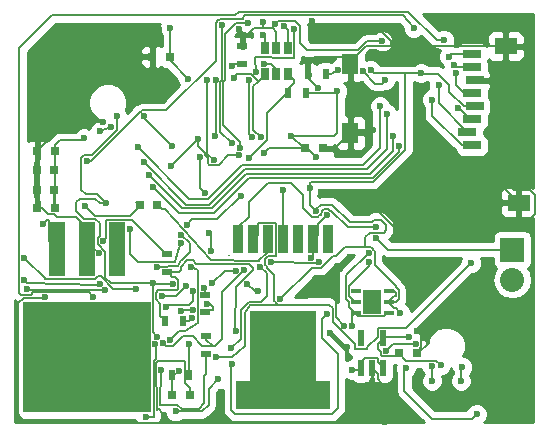
<source format=gbr>
G04 #@! TF.FileFunction,Copper,L2,Bot,Signal*
%FSLAX46Y46*%
G04 Gerber Fmt 4.6, Leading zero omitted, Abs format (unit mm)*
G04 Created by KiCad (PCBNEW 4.0.2-stable) date 6/7/2016 9:19:05 AM*
%MOMM*%
G01*
G04 APERTURE LIST*
%ADD10C,0.100000*%
%ADD11R,0.800000X0.750000*%
%ADD12R,1.390000X4.600000*%
%ADD13R,10.800000X9.400000*%
%ADD14R,2.032000X2.032000*%
%ADD15O,2.032000X2.032000*%
%ADD16R,0.500000X0.900000*%
%ADD17R,0.900000X0.500000*%
%ADD18R,1.501140X0.749300*%
%ADD19R,1.899920X1.399540*%
%ADD20R,1.399540X1.800860*%
%ADD21R,0.650000X1.060000*%
%ADD22R,0.812800X0.406400*%
%ADD23R,1.498600X2.006600*%
%ADD24R,0.558800X1.320800*%
%ADD25R,5.590000X6.350000*%
%ADD26R,0.910000X2.410000*%
%ADD27R,8.000000X2.410000*%
%ADD28C,0.600000*%
%ADD29C,0.160000*%
%ADD30C,0.254000*%
G04 APERTURE END LIST*
D10*
D11*
X66650000Y-69260000D03*
X68150000Y-69260000D03*
X54120000Y-74040000D03*
X52620000Y-74040000D03*
X43905001Y-72785000D03*
X45405001Y-72785000D03*
X43960000Y-69520000D03*
X45460000Y-69520000D03*
X53690000Y-61490000D03*
X55190000Y-61490000D03*
X74610000Y-86560000D03*
X76110000Y-86560000D03*
X45400000Y-71100000D03*
X43900000Y-71100000D03*
X45460000Y-74290000D03*
X43960000Y-74290000D03*
X55350000Y-90160000D03*
X56850000Y-90160000D03*
D12*
X48160000Y-77760000D03*
D13*
X48160000Y-86910000D03*
D12*
X50700000Y-77760000D03*
X45620000Y-77760000D03*
D14*
X84160000Y-77840000D03*
D15*
X84160000Y-80380000D03*
D16*
X65210000Y-64530000D03*
X66710000Y-64530000D03*
D17*
X61310000Y-60590000D03*
X61310000Y-62090000D03*
D16*
X68360000Y-62980000D03*
X66860000Y-62980000D03*
X56270000Y-83880000D03*
X54770000Y-83880000D03*
D17*
X54920000Y-79740000D03*
X54920000Y-78240000D03*
X58180000Y-83150000D03*
X58180000Y-81650000D03*
X58220000Y-85180000D03*
X58220000Y-86680000D03*
D16*
X56820000Y-88480000D03*
X55320000Y-88480000D03*
D18*
X80770000Y-62401080D03*
X80770000Y-61301260D03*
X80970660Y-63500900D03*
X80770000Y-64600720D03*
X80770000Y-69000000D03*
X80371220Y-67900180D03*
X80770000Y-66800360D03*
X80970660Y-65700540D03*
D19*
X83619880Y-60600220D03*
X84719700Y-73848860D03*
D20*
X70470300Y-62149620D03*
X70470300Y-67950980D03*
D21*
X63240000Y-60790000D03*
X64190000Y-60790000D03*
X65140000Y-60790000D03*
X65140000Y-62990000D03*
X63240000Y-62990000D03*
X64190000Y-62990000D03*
D22*
X70923000Y-83209800D03*
X70923000Y-82270000D03*
X70923000Y-81330200D03*
X73717000Y-81330200D03*
X73717000Y-82270000D03*
X73717000Y-83209800D03*
D23*
X72294600Y-82244600D03*
D24*
X73229800Y-87860000D03*
X72290000Y-87860000D03*
X71350200Y-87860000D03*
X71350200Y-85320000D03*
X73229800Y-85320000D03*
D25*
X64730000Y-86170000D03*
D26*
X60920000Y-76945000D03*
X62190000Y-76945000D03*
X63460000Y-76945000D03*
X64730000Y-76945000D03*
X66000000Y-76945000D03*
X67270000Y-76945000D03*
X68540000Y-76945000D03*
D27*
X64730000Y-90170000D03*
D28*
X84900000Y-62120000D03*
X67950000Y-72950000D03*
X64750000Y-72820000D03*
X58080000Y-81050000D03*
X57130000Y-82930000D03*
X56080000Y-83030000D03*
X44590000Y-81860000D03*
X67720000Y-64130000D03*
X63060000Y-58550000D03*
X67210000Y-58460000D03*
X68110000Y-59380000D03*
X61000000Y-59150000D03*
X69590000Y-79440000D03*
X69950000Y-84270000D03*
X70160000Y-86110000D03*
X68770000Y-84850000D03*
X79375000Y-78994000D03*
X76708000Y-80772000D03*
X72390000Y-67691000D03*
X76835000Y-70358000D03*
X78232000Y-70358000D03*
X49530000Y-67056000D03*
X49210000Y-78110000D03*
X76073000Y-84709000D03*
X72009000Y-78867000D03*
X73370000Y-92430000D03*
X76581000Y-85344000D03*
X49530000Y-77089000D03*
X44840000Y-60460000D03*
X54290000Y-59140000D03*
X54500000Y-81740000D03*
X56520000Y-80890000D03*
X59060000Y-86880000D03*
X57080000Y-83640000D03*
X80645000Y-78994000D03*
X58630000Y-77940000D03*
X58510000Y-76410000D03*
X81160000Y-91770000D03*
X75180000Y-87870000D03*
X49770000Y-73880000D03*
X50680000Y-66550000D03*
X67040000Y-72640000D03*
X67564000Y-74549000D03*
X64516000Y-82042000D03*
X74676000Y-83185000D03*
X56800000Y-85830000D03*
X72200000Y-62630000D03*
X54130000Y-85240000D03*
X76420000Y-62880000D03*
X73490000Y-86420000D03*
X75980000Y-85860000D03*
X53730000Y-80660000D03*
X55410000Y-80780000D03*
X62610000Y-81350000D03*
X61750000Y-80730000D03*
X52290000Y-81140000D03*
X67140000Y-78500000D03*
X60780000Y-79660000D03*
X58710000Y-80640000D03*
X57160000Y-81370000D03*
X54850000Y-82700000D03*
X42870000Y-78570000D03*
X63080000Y-59700000D03*
X47910000Y-68400000D03*
X72644000Y-76835000D03*
X72009000Y-78105000D03*
X70612000Y-88011000D03*
X70612000Y-84328000D03*
X68453000Y-74930000D03*
X72644000Y-75946000D03*
X69342000Y-64389000D03*
X63110000Y-69680000D03*
X61070000Y-69860000D03*
X57531000Y-68453000D03*
X55245000Y-70739000D03*
X67510000Y-69980000D03*
X65470000Y-68210000D03*
X44450000Y-75692000D03*
X47970000Y-74110000D03*
X53170000Y-92010000D03*
X53880000Y-85840000D03*
X75438000Y-85217000D03*
X78105000Y-87630000D03*
X55970000Y-88100000D03*
X54560000Y-85710000D03*
X61450000Y-79530000D03*
X63760000Y-78900000D03*
X67820000Y-78870000D03*
X54420000Y-88010000D03*
X55190000Y-85470000D03*
X56950000Y-79320000D03*
X49670000Y-81240000D03*
X43060000Y-81200000D03*
X42830000Y-80410000D03*
X49230000Y-80700000D03*
X56130000Y-77240000D03*
X51830000Y-76050000D03*
X55660000Y-91520000D03*
X59280000Y-88820000D03*
X77380000Y-88960000D03*
X77340000Y-87700000D03*
X79830000Y-88930000D03*
X79950000Y-87780000D03*
X56750000Y-63360000D03*
X60610000Y-63280000D03*
X55180000Y-59040000D03*
X62870000Y-68320000D03*
X59600000Y-58830000D03*
X60410000Y-68800000D03*
X61770000Y-58640000D03*
X61140000Y-69210000D03*
X64110000Y-58690000D03*
X73160000Y-60200000D03*
X71540000Y-62740000D03*
X73430000Y-63450000D03*
X78410000Y-60110000D03*
X48670000Y-81820000D03*
X69410000Y-62610000D03*
X64800000Y-58890000D03*
X52959000Y-66548000D03*
X55372000Y-69088000D03*
X61849000Y-70104000D03*
X63150000Y-62080000D03*
X60450000Y-62320000D03*
X54120000Y-79340000D03*
X56090000Y-76610000D03*
X56600000Y-75710000D03*
X61170000Y-73300000D03*
X60740000Y-84700000D03*
X58293000Y-82423000D03*
X52440000Y-69180000D03*
X72960000Y-65680000D03*
X73540000Y-66330000D03*
X52950000Y-70410000D03*
X53370000Y-71490000D03*
X74050000Y-68230000D03*
X79600000Y-65860000D03*
X79370000Y-62900000D03*
X79250000Y-62210000D03*
X78820000Y-61480000D03*
X77370000Y-65130000D03*
X77930000Y-63860000D03*
X74620000Y-69030000D03*
X53790000Y-72560000D03*
X61890000Y-63480000D03*
X62120000Y-68260000D03*
X57770000Y-70010000D03*
X58140000Y-73010000D03*
X68470000Y-83290000D03*
X60460000Y-87550000D03*
X60380000Y-86180000D03*
X62810000Y-79260000D03*
X49290000Y-67790000D03*
X50230000Y-67440000D03*
X62440000Y-62780000D03*
X65670000Y-59130000D03*
X75819000Y-59055000D03*
X48133000Y-70358000D03*
X58320000Y-63440000D03*
X58880000Y-70230000D03*
X59070000Y-63450000D03*
X59000000Y-68230000D03*
D29*
X60195721Y-78310000D02*
X60200000Y-78310000D01*
X60180000Y-78294279D02*
X60195721Y-78310000D01*
X54078186Y-91339212D02*
X54269212Y-91339212D01*
X54269212Y-91339212D02*
X55210000Y-92480000D01*
X64750000Y-76925000D02*
X64750000Y-72820000D01*
X84900000Y-62120000D02*
X83990000Y-63030000D01*
X83990000Y-63030000D02*
X83990000Y-72450000D01*
X83990000Y-72450000D02*
X84300000Y-72760000D01*
X84300000Y-72760000D02*
X85640000Y-72760000D01*
X85640000Y-72760000D02*
X86080000Y-73200000D01*
X86080000Y-73200000D02*
X86080000Y-74800000D01*
X86080000Y-74800000D02*
X84970000Y-75910000D01*
X84970000Y-75910000D02*
X74180000Y-75910000D01*
X74180000Y-75910000D02*
X71220000Y-72950000D01*
X71220000Y-72950000D02*
X67950000Y-72950000D01*
X64750000Y-76925000D02*
X64730000Y-76945000D01*
X58180000Y-81150000D02*
X58180000Y-81650000D01*
X58080000Y-81050000D02*
X58180000Y-81150000D01*
X56180000Y-82930000D02*
X57130000Y-82930000D01*
X56080000Y-83030000D02*
X56180000Y-82930000D01*
X54460000Y-92480000D02*
X55210000Y-92480000D01*
X44590000Y-81860000D02*
X44560000Y-81890000D01*
X44560000Y-81890000D02*
X42810000Y-81890000D01*
X42810000Y-81890000D02*
X42330000Y-82370000D01*
X42330000Y-82370000D02*
X42330000Y-91730000D01*
X42330000Y-91730000D02*
X42850000Y-92400000D01*
X42850000Y-92400000D02*
X54460000Y-92480000D01*
X67720000Y-64130000D02*
X66860000Y-63270000D01*
X66860000Y-63270000D02*
X66860000Y-62980000D01*
X73900000Y-60600220D02*
X73900000Y-60140000D01*
X73140000Y-59380000D02*
X68110000Y-59380000D01*
X73900000Y-60140000D02*
X73140000Y-59380000D01*
X63030000Y-59090000D02*
X63030000Y-58580000D01*
X63030000Y-58580000D02*
X63060000Y-58550000D01*
X68110000Y-59360000D02*
X68110000Y-59380000D01*
X67210000Y-58460000D02*
X68110000Y-59360000D01*
X61310000Y-60590000D02*
X61310000Y-59460000D01*
X61310000Y-59460000D02*
X61000000Y-59150000D01*
X56850000Y-90160000D02*
X56850000Y-89510000D01*
X55210000Y-92480000D02*
X73370000Y-92430000D01*
X53970997Y-87509536D02*
X54078186Y-91339212D01*
X54078186Y-91339212D02*
X54079289Y-91378620D01*
X54130000Y-87250000D02*
X53970997Y-87509536D01*
X56370000Y-87250000D02*
X54130000Y-87250000D01*
X56420000Y-87300000D02*
X56370000Y-87250000D01*
X56420000Y-89080000D02*
X56420000Y-87300000D01*
X56850000Y-89510000D02*
X56420000Y-89080000D01*
X69220000Y-83320000D02*
X69220000Y-80010000D01*
X69590000Y-79640000D02*
X69590000Y-79440000D01*
X69220000Y-80010000D02*
X69590000Y-79640000D01*
X69220000Y-83540000D02*
X69220000Y-83320000D01*
X69220000Y-83320000D02*
X69220000Y-83260000D01*
X69950000Y-84270000D02*
X69220000Y-83540000D01*
X70030000Y-86110000D02*
X70160000Y-86110000D01*
X68770000Y-84850000D02*
X70030000Y-86110000D01*
X43960000Y-69520000D02*
X43960000Y-71040000D01*
X43960000Y-71040000D02*
X43900000Y-71100000D01*
X43905001Y-72785000D02*
X43905001Y-74235001D01*
X43905001Y-74235001D02*
X43960000Y-74290000D01*
X79375000Y-78994000D02*
X77597000Y-80772000D01*
X77597000Y-80772000D02*
X76708000Y-80772000D01*
X48160000Y-77760000D02*
X48133000Y-77724000D01*
X48133000Y-77724000D02*
X48133000Y-75946000D01*
X48133000Y-75946000D02*
X47244000Y-75057000D01*
X47244000Y-75057000D02*
X45593000Y-75057000D01*
X45593000Y-75057000D02*
X45339000Y-74803000D01*
X45339000Y-74803000D02*
X44831000Y-74803000D01*
X44831000Y-74803000D02*
X44323000Y-74295000D01*
X44323000Y-74295000D02*
X43942000Y-74295000D01*
X43942000Y-74295000D02*
X43960000Y-74290000D01*
X70470300Y-67950980D02*
X70485000Y-67945000D01*
X70485000Y-67945000D02*
X70739000Y-67691000D01*
X70739000Y-67691000D02*
X72390000Y-67691000D01*
X76835000Y-70358000D02*
X78232000Y-70358000D01*
X43960000Y-69520000D02*
X43942000Y-69469000D01*
X43942000Y-69469000D02*
X46355000Y-67056000D01*
X46355000Y-67056000D02*
X49530000Y-67056000D01*
X49210000Y-78110000D02*
X49083000Y-77983000D01*
X49083000Y-77983000D02*
X48133000Y-77724000D01*
X48133000Y-77724000D02*
X48160000Y-77760000D01*
X76073000Y-84709000D02*
X76200000Y-84836000D01*
X76200000Y-84836000D02*
X76708000Y-84836000D01*
X76708000Y-84836000D02*
X76835000Y-84963000D01*
X76835000Y-84963000D02*
X76962000Y-84963000D01*
X76962000Y-84963000D02*
X76962000Y-85090000D01*
X76962000Y-85090000D02*
X77089000Y-85217000D01*
X77089000Y-85217000D02*
X77089000Y-85725000D01*
X77089000Y-85725000D02*
X76200000Y-86614000D01*
X76200000Y-86614000D02*
X76073000Y-86614000D01*
X76073000Y-86614000D02*
X76110000Y-86560000D01*
X70358000Y-81788000D02*
X70866000Y-82296000D01*
X70358000Y-80899000D02*
X70358000Y-81788000D01*
X72009000Y-79248000D02*
X70358000Y-80899000D01*
X72009000Y-78867000D02*
X72009000Y-79248000D01*
X70866000Y-82296000D02*
X70923000Y-82270000D01*
X73370000Y-92430000D02*
X73469601Y-89689988D01*
X73469601Y-89689988D02*
X72771000Y-88773000D01*
X72771000Y-88773000D02*
X72771000Y-88392000D01*
X72771000Y-88392000D02*
X72263000Y-87884000D01*
X72263000Y-87884000D02*
X72290000Y-87860000D01*
X76110000Y-86560000D02*
X76073000Y-86614000D01*
X76073000Y-86614000D02*
X76073000Y-86487000D01*
X76073000Y-86487000D02*
X76454000Y-86106000D01*
X76454000Y-86106000D02*
X76454000Y-85471000D01*
X76454000Y-85471000D02*
X76581000Y-85344000D01*
X54920000Y-78240000D02*
X54864000Y-78232000D01*
X54864000Y-78232000D02*
X51943000Y-75311000D01*
X51943000Y-75311000D02*
X49784000Y-75311000D01*
X49784000Y-75311000D02*
X49784000Y-76835000D01*
X49784000Y-76835000D02*
X49530000Y-77089000D01*
X43905001Y-72785000D02*
X43942000Y-72771000D01*
X43942000Y-72771000D02*
X43942000Y-72644000D01*
X44196000Y-71374000D02*
X43942000Y-71120000D01*
X43942000Y-71120000D02*
X43900000Y-71100000D01*
X43960000Y-74290000D02*
X43942000Y-74295000D01*
X44069000Y-72771000D02*
X43942000Y-72771000D01*
X43942000Y-72771000D02*
X43905001Y-72785000D01*
X44840000Y-60460000D02*
X46160000Y-59140000D01*
X46160000Y-59140000D02*
X54290000Y-59140000D01*
X53690000Y-61490000D02*
X53690000Y-59740000D01*
X53690000Y-59740000D02*
X54290000Y-59140000D01*
X66860000Y-62980000D02*
X66860000Y-62060000D01*
X67400000Y-61520000D02*
X69840680Y-61520000D01*
X66860000Y-62060000D02*
X67400000Y-61520000D01*
X69840680Y-61520000D02*
X70470300Y-62149620D01*
X61310000Y-60590000D02*
X61310000Y-60040000D01*
X64190000Y-59410000D02*
X64190000Y-60790000D01*
X63870000Y-59090000D02*
X64190000Y-59410000D01*
X62260000Y-59090000D02*
X63030000Y-59090000D01*
X63030000Y-59090000D02*
X63870000Y-59090000D01*
X61310000Y-60040000D02*
X62260000Y-59090000D01*
X68150000Y-69260000D02*
X69161280Y-69260000D01*
X69161280Y-69260000D02*
X70470300Y-67950980D01*
X70470300Y-62149620D02*
X70470300Y-61909700D01*
X70470300Y-61909700D02*
X71779780Y-60600220D01*
X71779780Y-60600220D02*
X73900000Y-60600220D01*
X73900000Y-60600220D02*
X83619880Y-60600220D01*
X70470300Y-67950980D02*
X70470300Y-62149620D01*
X83560000Y-62690000D02*
X83560000Y-72689160D01*
X83560000Y-72689160D02*
X84719700Y-73848860D01*
X80970660Y-63500900D02*
X82749100Y-63500900D01*
X83619880Y-62630120D02*
X83619880Y-60600220D01*
X82749100Y-63500900D02*
X83560000Y-62690000D01*
X83560000Y-62690000D02*
X83619880Y-62630120D01*
X55670000Y-81740000D02*
X54500000Y-81740000D01*
X56520000Y-80890000D02*
X55670000Y-81740000D01*
X43960000Y-74290000D02*
X43960000Y-69520000D01*
X67879670Y-82510910D02*
X68680910Y-82510910D01*
X70840000Y-86130000D02*
X70866000Y-86130000D01*
X70840000Y-85820000D02*
X70840000Y-86130000D01*
X68950000Y-83930000D02*
X70840000Y-85820000D01*
X68950000Y-82780000D02*
X68950000Y-83930000D01*
X68680910Y-82510910D02*
X68950000Y-82780000D01*
X61980000Y-82550000D02*
X61550000Y-83210000D01*
X61550000Y-83210000D02*
X61530000Y-86010000D01*
X61530000Y-86010000D02*
X60460000Y-86880000D01*
X60460000Y-86880000D02*
X59060000Y-86880000D01*
X64430000Y-82550000D02*
X61980000Y-82550000D01*
X56840000Y-83880000D02*
X56270000Y-83880000D01*
X57080000Y-83640000D02*
X56840000Y-83880000D01*
X70866000Y-86233000D02*
X70866000Y-86130000D01*
X71882000Y-86233000D02*
X70866000Y-86233000D01*
X71882000Y-86106000D02*
X71882000Y-86233000D01*
X72771000Y-85217000D02*
X71882000Y-86106000D01*
X72771000Y-84455000D02*
X72771000Y-85217000D01*
X75184000Y-84455000D02*
X72771000Y-84455000D01*
X80645000Y-78994000D02*
X75184000Y-84455000D01*
X70866000Y-86130000D02*
X70866000Y-85979000D01*
X67960000Y-82510000D02*
X67879670Y-82510910D01*
X67879670Y-82510910D02*
X64430000Y-82550000D01*
X64430000Y-82550000D02*
X64389000Y-82550000D01*
X64389000Y-82550000D02*
X64262000Y-82423000D01*
X64262000Y-82423000D02*
X64135000Y-82423000D01*
X64135000Y-82423000D02*
X64135000Y-82296000D01*
X64135000Y-82296000D02*
X64008000Y-82169000D01*
X64008000Y-82169000D02*
X64008000Y-80010000D01*
X64008000Y-80010000D02*
X63373000Y-79375000D01*
X63373000Y-79375000D02*
X63373000Y-79248000D01*
X63373000Y-79248000D02*
X63246000Y-79121000D01*
X63246000Y-79121000D02*
X63246000Y-78613000D01*
X63246000Y-78613000D02*
X63500000Y-78359000D01*
X63500000Y-78359000D02*
X64135000Y-78359000D01*
X64135000Y-78359000D02*
X64135000Y-75565000D01*
X64135000Y-75565000D02*
X62611000Y-75565000D01*
X62611000Y-75565000D02*
X62611000Y-76581000D01*
X62611000Y-76581000D02*
X62230000Y-76962000D01*
X62230000Y-76962000D02*
X62190000Y-76945000D01*
X58630000Y-76530000D02*
X58630000Y-77940000D01*
X58510000Y-76410000D02*
X58630000Y-76530000D01*
X67564000Y-74549000D02*
X67564000Y-74406000D01*
X71690000Y-76790000D02*
X71690000Y-77597000D01*
X72090000Y-76390000D02*
X71690000Y-76790000D01*
X73270000Y-76390000D02*
X72090000Y-76390000D01*
X73480000Y-76180000D02*
X73270000Y-76390000D01*
X73480000Y-75740000D02*
X73480000Y-76180000D01*
X73040000Y-75300000D02*
X73480000Y-75740000D01*
X72480000Y-75300000D02*
X73040000Y-75300000D01*
X72260000Y-75520000D02*
X72480000Y-75300000D01*
X70430000Y-75520000D02*
X72260000Y-75520000D01*
X68940000Y-74030000D02*
X70430000Y-75520000D01*
X67940000Y-74030000D02*
X68940000Y-74030000D01*
X67564000Y-74406000D02*
X67940000Y-74030000D01*
X67040000Y-72640000D02*
X67040000Y-72190000D01*
X75100000Y-69390000D02*
X75100000Y-62880000D01*
X72400000Y-72090000D02*
X75100000Y-69390000D01*
X67140000Y-72090000D02*
X72400000Y-72090000D01*
X67040000Y-72190000D02*
X67140000Y-72090000D01*
X75100000Y-62880000D02*
X75100000Y-62910000D01*
X75100000Y-62910000D02*
X75100000Y-62880000D01*
X80790000Y-92140000D02*
X81160000Y-91770000D01*
X77360000Y-92140000D02*
X80790000Y-92140000D01*
X75040000Y-89820000D02*
X77360000Y-92140000D01*
X75040000Y-88010000D02*
X75040000Y-89820000D01*
X75180000Y-87870000D02*
X75040000Y-88010000D01*
X49710000Y-79760000D02*
X49710000Y-80200000D01*
X49060000Y-77360000D02*
X49710000Y-78010000D01*
X49710000Y-78010000D02*
X49710000Y-79760000D01*
X49060000Y-77020000D02*
X49060000Y-77360000D01*
X50170000Y-80660000D02*
X53730000Y-80660000D01*
X49710000Y-80200000D02*
X50170000Y-80660000D01*
X49770000Y-73880000D02*
X49240000Y-73880000D01*
X49060000Y-76830000D02*
X49060000Y-77020000D01*
X49060000Y-77020000D02*
X49060000Y-77030000D01*
X49240000Y-76650000D02*
X49060000Y-76830000D01*
X49240000Y-75560000D02*
X49240000Y-76650000D01*
X48880000Y-75200000D02*
X49240000Y-75560000D01*
X47930000Y-75200000D02*
X48880000Y-75200000D01*
X47250000Y-74520000D02*
X47930000Y-75200000D01*
X47250000Y-73790000D02*
X47250000Y-74520000D01*
X47530000Y-73510000D02*
X47250000Y-73790000D01*
X48870000Y-73510000D02*
X47530000Y-73510000D01*
X49240000Y-73880000D02*
X48870000Y-73510000D01*
X48060000Y-73140000D02*
X49030000Y-73140000D01*
X49030000Y-73140000D02*
X49770000Y-73880000D01*
X50680000Y-66550000D02*
X50680000Y-67700000D01*
X48060000Y-73110000D02*
X48060000Y-73140000D01*
X48060000Y-73140000D02*
X48060000Y-73150000D01*
X47690000Y-72740000D02*
X48060000Y-73110000D01*
X47690000Y-70070000D02*
X47690000Y-72740000D01*
X47950000Y-69810000D02*
X47690000Y-70070000D01*
X48570000Y-69810000D02*
X47950000Y-69810000D01*
X50680000Y-67700000D02*
X48570000Y-69810000D01*
X50660000Y-66570000D02*
X50660000Y-66610000D01*
X50680000Y-66550000D02*
X50660000Y-66570000D01*
X67040000Y-72640000D02*
X67056000Y-74041000D01*
X67056000Y-74041000D02*
X67564000Y-74549000D01*
X69977000Y-77597000D02*
X71690000Y-77597000D01*
X69215000Y-78359000D02*
X69977000Y-77597000D01*
X68961000Y-78359000D02*
X69215000Y-78359000D01*
X67945000Y-79375000D02*
X68961000Y-78359000D01*
X67183000Y-79375000D02*
X67945000Y-79375000D01*
X64516000Y-82042000D02*
X67183000Y-79375000D01*
X71690000Y-77597000D02*
X72136000Y-77597000D01*
X74295000Y-82296000D02*
X73660000Y-82296000D01*
X74549000Y-82042000D02*
X74295000Y-82296000D01*
X74549000Y-81280000D02*
X74549000Y-82042000D01*
X74295000Y-81026000D02*
X74549000Y-81280000D01*
X74295000Y-80899000D02*
X74295000Y-81026000D01*
X72517000Y-79121000D02*
X74295000Y-80899000D01*
X72517000Y-77978000D02*
X72517000Y-79121000D01*
X72390000Y-77851000D02*
X72517000Y-77978000D01*
X72390000Y-77724000D02*
X72390000Y-77851000D01*
X72263000Y-77724000D02*
X72390000Y-77724000D01*
X72136000Y-77597000D02*
X72263000Y-77724000D01*
X73660000Y-82296000D02*
X73717000Y-82270000D01*
X73717000Y-82270000D02*
X73660000Y-82296000D01*
X73660000Y-82296000D02*
X74168000Y-82804000D01*
X74168000Y-82804000D02*
X74295000Y-82804000D01*
X74295000Y-82804000D02*
X74676000Y-83185000D01*
X73717000Y-82270000D02*
X73660000Y-82296000D01*
X73660000Y-82296000D02*
X74168000Y-81788000D01*
X74168000Y-81788000D02*
X74295000Y-81788000D01*
X74295000Y-81788000D02*
X74295000Y-81534000D01*
X74295000Y-81534000D02*
X74041000Y-81280000D01*
X74041000Y-81280000D02*
X73660000Y-81280000D01*
X73660000Y-81280000D02*
X73717000Y-81330200D01*
X56820000Y-88480000D02*
X56820000Y-86030000D01*
X56820000Y-86030000D02*
X56800000Y-85830000D01*
X72200000Y-62630000D02*
X72450000Y-62880000D01*
X72450000Y-62880000D02*
X75100000Y-62880000D01*
X75100000Y-62880000D02*
X76420000Y-62880000D01*
X54130000Y-85240000D02*
X53730000Y-84840000D01*
X53730000Y-84840000D02*
X53730000Y-80660000D01*
X80070540Y-65700540D02*
X80970660Y-65700540D01*
X78840000Y-64470000D02*
X80070540Y-65700540D01*
X78840000Y-63850000D02*
X78840000Y-64470000D01*
X77920000Y-62930000D02*
X78840000Y-63850000D01*
X76470000Y-62930000D02*
X77920000Y-62930000D01*
X76420000Y-62880000D02*
X76470000Y-62930000D01*
X73490000Y-86420000D02*
X74050000Y-85860000D01*
X74050000Y-85860000D02*
X75980000Y-85860000D01*
X53850000Y-80780000D02*
X55410000Y-80780000D01*
X53730000Y-80660000D02*
X53850000Y-80780000D01*
X62370000Y-81350000D02*
X62610000Y-81350000D01*
X61750000Y-80730000D02*
X62370000Y-81350000D01*
X48870000Y-80340000D02*
X49120000Y-80090000D01*
X49120000Y-80090000D02*
X49320000Y-80090000D01*
X49320000Y-80090000D02*
X50370000Y-81140000D01*
X50370000Y-81140000D02*
X52290000Y-81140000D01*
X44650000Y-80340000D02*
X48870000Y-80340000D01*
X67270000Y-78370000D02*
X67270000Y-76945000D01*
X67140000Y-78500000D02*
X67270000Y-78370000D01*
X59810000Y-79660000D02*
X60780000Y-79660000D01*
X58710000Y-80640000D02*
X59810000Y-79660000D01*
X57160000Y-82150000D02*
X57160000Y-81370000D01*
X56800000Y-82510000D02*
X57160000Y-82150000D01*
X55040000Y-82510000D02*
X56800000Y-82510000D01*
X54850000Y-82700000D02*
X55040000Y-82510000D01*
X44650000Y-80340000D02*
X44620000Y-80310000D01*
X44650000Y-80350000D02*
X44650000Y-80340000D01*
X42870000Y-78570000D02*
X44650000Y-80350000D01*
X63240000Y-60790000D02*
X63240000Y-59860000D01*
X63240000Y-59860000D02*
X63080000Y-59700000D01*
X45460000Y-69520000D02*
X45460000Y-71040000D01*
X45460000Y-71040000D02*
X45400000Y-71100000D01*
X45405001Y-72785000D02*
X45405001Y-74235001D01*
X45405001Y-74235001D02*
X45460000Y-74290000D01*
X47910000Y-68400000D02*
X47750000Y-68560000D01*
X47750000Y-68560000D02*
X45910000Y-68560000D01*
X45910000Y-68560000D02*
X45460000Y-69010000D01*
X45460000Y-69010000D02*
X45460000Y-69520000D01*
X72644000Y-76835000D02*
X73660000Y-77851000D01*
X73660000Y-77851000D02*
X84201000Y-77851000D01*
X84201000Y-77851000D02*
X84160000Y-77840000D01*
X70923000Y-83209800D02*
X70866000Y-83185000D01*
X70866000Y-83185000D02*
X70358000Y-82677000D01*
X70358000Y-82677000D02*
X70358000Y-82296000D01*
X70358000Y-82296000D02*
X70104000Y-82042000D01*
X70104000Y-82042000D02*
X70104000Y-80010000D01*
X70104000Y-80010000D02*
X72009000Y-78105000D01*
X71350200Y-87860000D02*
X71374000Y-87884000D01*
X71374000Y-87884000D02*
X71247000Y-88011000D01*
X71247000Y-88011000D02*
X70612000Y-88011000D01*
X70612000Y-84328000D02*
X70612000Y-83439000D01*
X70612000Y-83439000D02*
X70866000Y-83185000D01*
X70866000Y-83185000D02*
X70923000Y-83209800D01*
X68453000Y-74930000D02*
X67818000Y-75565000D01*
X67818000Y-75565000D02*
X67691000Y-75565000D01*
X67691000Y-75565000D02*
X67691000Y-76581000D01*
X67691000Y-76581000D02*
X67310000Y-76962000D01*
X67310000Y-76962000D02*
X67270000Y-76945000D01*
X70923000Y-83209800D02*
X70866000Y-83185000D01*
X70866000Y-83185000D02*
X71120000Y-83439000D01*
X71120000Y-83439000D02*
X73279000Y-83439000D01*
X73279000Y-83439000D02*
X73533000Y-83185000D01*
X73533000Y-83185000D02*
X73660000Y-83185000D01*
X73660000Y-83185000D02*
X73717000Y-83209800D01*
X45400000Y-71100000D02*
X45339000Y-71120000D01*
X45339000Y-71120000D02*
X45339000Y-71374000D01*
X45212000Y-72517000D02*
X45466000Y-72771000D01*
X45466000Y-72771000D02*
X45405001Y-72785000D01*
X71350200Y-87860000D02*
X71374000Y-87884000D01*
X71374000Y-87884000D02*
X71374000Y-87376000D01*
X71374000Y-87376000D02*
X71628000Y-87122000D01*
X71628000Y-87122000D02*
X71628000Y-86995000D01*
X71628000Y-86995000D02*
X72771000Y-86995000D01*
X72771000Y-86995000D02*
X72771000Y-87376000D01*
X72771000Y-87376000D02*
X73279000Y-87884000D01*
X73279000Y-87884000D02*
X73229800Y-87860000D01*
X45405001Y-72785000D02*
X45466000Y-72771000D01*
X45466000Y-74295000D02*
X45460000Y-74290000D01*
X45460000Y-69520000D02*
X45460000Y-74290000D01*
X61843000Y-75063000D02*
X61843000Y-73787000D01*
X70231000Y-75946000D02*
X72644000Y-75946000D01*
X68834000Y-74549000D02*
X70231000Y-75946000D01*
X68707000Y-74549000D02*
X68834000Y-74549000D01*
X68580000Y-74422000D02*
X68707000Y-74549000D01*
X68199000Y-74422000D02*
X68580000Y-74422000D01*
X68072000Y-74549000D02*
X68199000Y-74422000D01*
X68072000Y-74676000D02*
X68072000Y-74549000D01*
X67945000Y-74803000D02*
X68072000Y-74676000D01*
X67945000Y-74930000D02*
X67945000Y-74803000D01*
X67818000Y-74930000D02*
X67945000Y-74930000D01*
X67691000Y-75057000D02*
X67818000Y-74930000D01*
X67217000Y-75057000D02*
X67691000Y-75057000D01*
X66470000Y-74310000D02*
X67217000Y-75057000D01*
X66470000Y-73220000D02*
X66470000Y-74310000D01*
X65410000Y-72160000D02*
X66470000Y-73220000D01*
X63470000Y-72160000D02*
X65410000Y-72160000D01*
X61843000Y-73787000D02*
X63470000Y-72160000D01*
X60920000Y-76945000D02*
X60960000Y-76962000D01*
X60960000Y-76962000D02*
X60960000Y-75946000D01*
X60960000Y-75946000D02*
X61843000Y-75063000D01*
X61843000Y-75063000D02*
X61849000Y-75057000D01*
X66710000Y-64530000D02*
X69201000Y-64530000D01*
X69201000Y-64530000D02*
X69342000Y-64389000D01*
X65470000Y-68210000D02*
X69080000Y-68210000D01*
X69080000Y-68210000D02*
X69342000Y-67948000D01*
X69342000Y-67948000D02*
X69342000Y-64389000D01*
X57531000Y-68453000D02*
X57531000Y-69091000D01*
X63530000Y-69260000D02*
X66650000Y-69260000D01*
X63110000Y-69680000D02*
X63530000Y-69260000D01*
X60110000Y-69860000D02*
X61070000Y-69860000D01*
X59330000Y-70640000D02*
X60110000Y-69860000D01*
X58510000Y-70640000D02*
X59330000Y-70640000D01*
X58380000Y-70510000D02*
X58510000Y-70640000D01*
X58380000Y-70030000D02*
X58380000Y-70510000D01*
X58130000Y-69780000D02*
X58380000Y-70030000D01*
X58130000Y-69690000D02*
X58130000Y-69780000D01*
X57531000Y-69091000D02*
X58130000Y-69690000D01*
X57531000Y-68453000D02*
X55245000Y-70739000D01*
X66710000Y-64530000D02*
X66675000Y-64516000D01*
X66675000Y-64516000D02*
X66675000Y-64262000D01*
X66650000Y-69260000D02*
X66790000Y-69260000D01*
X66790000Y-69260000D02*
X67510000Y-69980000D01*
X65470000Y-68210000D02*
X66520000Y-69260000D01*
X66520000Y-69260000D02*
X66650000Y-69260000D01*
X62629537Y-78808870D02*
X62671130Y-78808870D01*
X62671130Y-78808870D02*
X63460000Y-78020000D01*
X63460000Y-78020000D02*
X63460000Y-76945000D01*
X54120000Y-74040000D02*
X54102000Y-74041000D01*
X54102000Y-74041000D02*
X54483000Y-74422000D01*
X54483000Y-74422000D02*
X54737000Y-74422000D01*
X54737000Y-74422000D02*
X58661212Y-78745208D01*
X58661212Y-78745208D02*
X62629537Y-78808870D01*
X62629537Y-78808870D02*
X62700000Y-78810000D01*
X63500000Y-76962000D02*
X63460000Y-76945000D01*
X52620000Y-74040000D02*
X52620000Y-74110000D01*
X52620000Y-74110000D02*
X51780000Y-74950000D01*
X44958000Y-75311000D02*
X44958000Y-77089000D01*
X44704000Y-75311000D02*
X44958000Y-75311000D01*
X44704000Y-75438000D02*
X44704000Y-75311000D01*
X44450000Y-75692000D02*
X44704000Y-75438000D01*
X48810000Y-74950000D02*
X47970000Y-74110000D01*
X51780000Y-74950000D02*
X48810000Y-74950000D01*
X52620000Y-74040000D02*
X52578000Y-74041000D01*
X52578000Y-74041000D02*
X52324000Y-73787000D01*
X44958000Y-77089000D02*
X45593000Y-77724000D01*
X45593000Y-77724000D02*
X45620000Y-77760000D01*
X53800000Y-91980000D02*
X53200000Y-91980000D01*
X53200000Y-91980000D02*
X53170000Y-92010000D01*
X53970000Y-86690000D02*
X53970000Y-87080000D01*
X53800000Y-87250000D02*
X53800000Y-91980000D01*
X53800000Y-91980000D02*
X53800000Y-91990000D01*
X53970000Y-87080000D02*
X53800000Y-87250000D01*
X53970000Y-85930000D02*
X53970000Y-86690000D01*
X53970000Y-86690000D02*
X53970000Y-86750000D01*
X53880000Y-85840000D02*
X53970000Y-85930000D01*
X73229800Y-85320000D02*
X73279000Y-85344000D01*
X73279000Y-85344000D02*
X73406000Y-85217000D01*
X73406000Y-85217000D02*
X75438000Y-85217000D01*
X74610000Y-86560000D02*
X74549000Y-86614000D01*
X74549000Y-86614000D02*
X75184000Y-87249000D01*
X75184000Y-87249000D02*
X77724000Y-87249000D01*
X77724000Y-87249000D02*
X78105000Y-87630000D01*
X74610000Y-86560000D02*
X74549000Y-86614000D01*
X74549000Y-86614000D02*
X74295000Y-86868000D01*
X74295000Y-86868000D02*
X73152000Y-86868000D01*
X73152000Y-86868000D02*
X73025000Y-86741000D01*
X73025000Y-86741000D02*
X73025000Y-86487000D01*
X73025000Y-86487000D02*
X72771000Y-86233000D01*
X72771000Y-86233000D02*
X72771000Y-85852000D01*
X72771000Y-85852000D02*
X73279000Y-85344000D01*
X73279000Y-85344000D02*
X73229800Y-85320000D01*
X55320000Y-88480000D02*
X55510000Y-88480000D01*
X55510000Y-88480000D02*
X55970000Y-88100000D01*
X55320000Y-88480000D02*
X55320000Y-90130000D01*
X55320000Y-90130000D02*
X55350000Y-90160000D01*
X58220000Y-85180000D02*
X58220000Y-85440000D01*
X58220000Y-85440000D02*
X58790000Y-86010000D01*
X54840000Y-85990000D02*
X54560000Y-85710000D01*
X55460000Y-85990000D02*
X54840000Y-85990000D01*
X56270000Y-85180000D02*
X55460000Y-85990000D01*
X57110000Y-85180000D02*
X56270000Y-85180000D01*
X57940000Y-86010000D02*
X57110000Y-85180000D01*
X59020000Y-86010000D02*
X58790000Y-86010000D01*
X58790000Y-86010000D02*
X57940000Y-86010000D01*
X59600000Y-85430000D02*
X59020000Y-86010000D01*
X59600000Y-81450000D02*
X59600000Y-85430000D01*
X61450000Y-79530000D02*
X59600000Y-81450000D01*
X67760000Y-78930000D02*
X63760000Y-78900000D01*
X67820000Y-78870000D02*
X67760000Y-78930000D01*
X58220000Y-86680000D02*
X58220000Y-88400000D01*
X54350235Y-90980006D02*
X54420000Y-88010000D01*
X55790869Y-91001368D02*
X54350235Y-90980006D01*
X56180000Y-91320000D02*
X55790869Y-91001368D01*
X57610000Y-91320000D02*
X56180000Y-91320000D01*
X58090000Y-90840000D02*
X57610000Y-91320000D01*
X58090000Y-88530000D02*
X58090000Y-90840000D01*
X58220000Y-88400000D02*
X58090000Y-88530000D01*
X55930000Y-84730000D02*
X55190000Y-85470000D01*
X56440000Y-84730000D02*
X55930000Y-84730000D01*
X57560000Y-84010000D02*
X56440000Y-84730000D01*
X57550000Y-79530000D02*
X57560000Y-84010000D01*
X56950000Y-79320000D02*
X57550000Y-79530000D01*
X43080000Y-81220000D02*
X49670000Y-81240000D01*
X43060000Y-81200000D02*
X43080000Y-81220000D01*
X42830000Y-80410000D02*
X43050000Y-80630000D01*
X43050000Y-80630000D02*
X49090000Y-80840000D01*
X49090000Y-80840000D02*
X49230000Y-80700000D01*
X56130000Y-77240000D02*
X56080000Y-77290000D01*
X56080000Y-77290000D02*
X55860000Y-77920000D01*
X55860000Y-77920000D02*
X55610000Y-78870000D01*
X55610000Y-78870000D02*
X52510000Y-78870000D01*
X52510000Y-78870000D02*
X51830000Y-78190000D01*
X51830000Y-78190000D02*
X51830000Y-76050000D01*
X57890000Y-91520000D02*
X55660000Y-91520000D01*
X58460000Y-90950000D02*
X57890000Y-91520000D01*
X58460000Y-89640000D02*
X58460000Y-90950000D01*
X59280000Y-88820000D02*
X58460000Y-89640000D01*
X77380000Y-87740000D02*
X77380000Y-88960000D01*
X77340000Y-87700000D02*
X77380000Y-87740000D01*
X79830000Y-87900000D02*
X79830000Y-88930000D01*
X79950000Y-87780000D02*
X79830000Y-87900000D01*
X62601438Y-63602762D02*
X62601438Y-63571438D01*
X56750000Y-63360000D02*
X55190000Y-61800000D01*
X60890000Y-63000000D02*
X60610000Y-63280000D01*
X62030000Y-63000000D02*
X60890000Y-63000000D01*
X62601438Y-63571438D02*
X62030000Y-63000000D01*
X55190000Y-61800000D02*
X55190000Y-61490000D01*
X55190000Y-61490000D02*
X55190000Y-59050000D01*
X55190000Y-59050000D02*
X55180000Y-59040000D01*
X62250000Y-63940000D02*
X62601438Y-63602762D01*
X62601438Y-63602762D02*
X63240000Y-62990000D01*
X62240000Y-67690000D02*
X62250000Y-63940000D01*
X62870000Y-68320000D02*
X62240000Y-67690000D01*
X59600000Y-63480000D02*
X59600000Y-58830000D01*
X59440000Y-63640000D02*
X59600000Y-63480000D01*
X59440000Y-67830000D02*
X59440000Y-63640000D01*
X60410000Y-68800000D02*
X59440000Y-67830000D01*
X60780000Y-58640000D02*
X61770000Y-58640000D01*
X59880000Y-59540000D02*
X60780000Y-58640000D01*
X59880000Y-63460000D02*
X59880000Y-59540000D01*
X59680000Y-63660000D02*
X59880000Y-63460000D01*
X59680000Y-67280000D02*
X59680000Y-63660000D01*
X61120000Y-68720000D02*
X59680000Y-67280000D01*
X61120000Y-69190000D02*
X61120000Y-68720000D01*
X61140000Y-69210000D02*
X61120000Y-69190000D01*
X65780000Y-58480000D02*
X66230000Y-58930000D01*
X65780000Y-58480000D02*
X64320000Y-58480000D01*
X64320000Y-58480000D02*
X64110000Y-58690000D01*
X71830000Y-60200000D02*
X73160000Y-60200000D01*
X71100000Y-60930000D02*
X71830000Y-60200000D01*
X66800000Y-60930000D02*
X71100000Y-60930000D01*
X66230000Y-60360000D02*
X66800000Y-60930000D01*
X66230000Y-58930000D02*
X66230000Y-60360000D01*
X73090000Y-60130000D02*
X72790000Y-60170000D01*
X73160000Y-60200000D02*
X73090000Y-60130000D01*
X72580000Y-63780000D02*
X71540000Y-62740000D01*
X73100000Y-63780000D02*
X72580000Y-63780000D01*
X73430000Y-63450000D02*
X73100000Y-63780000D01*
X77820000Y-60110000D02*
X78410000Y-60110000D01*
X75380000Y-57670000D02*
X77820000Y-60110000D01*
X61020000Y-57670000D02*
X75380000Y-57670000D01*
X60700000Y-57990000D02*
X61020000Y-57670000D01*
X45200000Y-57990000D02*
X60700000Y-57990000D01*
X42430000Y-60760000D02*
X45200000Y-57990000D01*
X42430000Y-81490000D02*
X42430000Y-60760000D01*
X42580000Y-81640000D02*
X42430000Y-81490000D01*
X43430000Y-81640000D02*
X42580000Y-81640000D01*
X43620000Y-81450000D02*
X43430000Y-81640000D01*
X48300000Y-81450000D02*
X43620000Y-81450000D01*
X48670000Y-81820000D02*
X48300000Y-81450000D01*
X68360000Y-62980000D02*
X68830000Y-62980000D01*
X68830000Y-62980000D02*
X69410000Y-62610000D01*
X65140000Y-59230000D02*
X65140000Y-60790000D01*
X64800000Y-58890000D02*
X65140000Y-59230000D01*
X52959000Y-66548000D02*
X52959000Y-66675000D01*
X52959000Y-66675000D02*
X55372000Y-69088000D01*
X61849000Y-70104000D02*
X63373000Y-68580000D01*
X63373000Y-68580000D02*
X63373000Y-66294000D01*
X63373000Y-66294000D02*
X65151000Y-64516000D01*
X65151000Y-64516000D02*
X65210000Y-64530000D01*
X65210000Y-64530000D02*
X65151000Y-64516000D01*
X65151000Y-64516000D02*
X65151000Y-64262000D01*
X65151000Y-64262000D02*
X65659000Y-63754000D01*
X65659000Y-63754000D02*
X65659000Y-63500000D01*
X65659000Y-63500000D02*
X65151000Y-62992000D01*
X65151000Y-62992000D02*
X65140000Y-62990000D01*
X64190000Y-62990000D02*
X64190000Y-62570000D01*
X64190000Y-62570000D02*
X63700000Y-62080000D01*
X63700000Y-62080000D02*
X63150000Y-62080000D01*
X60450000Y-62320000D02*
X60680000Y-62090000D01*
X60680000Y-62090000D02*
X61310000Y-62090000D01*
X56090000Y-76610000D02*
X56160000Y-76610000D01*
X55863508Y-79243138D02*
X54120000Y-79340000D01*
X56090000Y-78670000D02*
X55863508Y-79243138D01*
X56210000Y-78670000D02*
X56090000Y-78670000D01*
X56850000Y-78030000D02*
X56210000Y-78670000D01*
X56850000Y-77300000D02*
X56850000Y-78030000D01*
X56160000Y-76610000D02*
X56850000Y-77300000D01*
X56090000Y-76610000D02*
X56100000Y-76620000D01*
X57050000Y-75260000D02*
X56600000Y-75710000D01*
X59210000Y-75260000D02*
X57050000Y-75260000D01*
X61170000Y-73300000D02*
X59210000Y-75260000D01*
X57710000Y-79050000D02*
X57420000Y-79050000D01*
X57420000Y-79050000D02*
X57120000Y-78750000D01*
X57120000Y-78750000D02*
X56670000Y-78750000D01*
X56670000Y-78750000D02*
X56140000Y-79280000D01*
X56140000Y-79280000D02*
X56140000Y-79570000D01*
X56140000Y-79570000D02*
X55970000Y-79740000D01*
X55970000Y-79740000D02*
X54920000Y-79740000D01*
X61880000Y-79050000D02*
X57710000Y-79050000D01*
X57710000Y-79050000D02*
X57620000Y-79050000D01*
X62240000Y-79410000D02*
X61880000Y-79050000D01*
X62240000Y-79560000D02*
X62240000Y-79410000D01*
X60780000Y-81020000D02*
X62240000Y-79560000D01*
X60710000Y-84670000D02*
X60780000Y-81020000D01*
X60740000Y-84700000D02*
X60710000Y-84670000D01*
X54770000Y-83880000D02*
X54737000Y-83820000D01*
X54737000Y-83820000D02*
X54356000Y-83439000D01*
X54356000Y-83439000D02*
X54356000Y-82423000D01*
X54356000Y-82423000D02*
X53975000Y-82042000D01*
X53975000Y-82042000D02*
X53975000Y-81534000D01*
X53975000Y-81534000D02*
X54102000Y-81407000D01*
X54102000Y-81407000D02*
X54102000Y-81280000D01*
X54102000Y-81280000D02*
X55753000Y-81280000D01*
X55753000Y-81280000D02*
X55753000Y-81153000D01*
X55753000Y-81153000D02*
X55880000Y-81153000D01*
X55880000Y-81153000D02*
X55880000Y-80391000D01*
X55880000Y-80391000D02*
X55626000Y-80137000D01*
X55626000Y-80137000D02*
X55372000Y-80137000D01*
X55372000Y-80137000D02*
X54991000Y-79756000D01*
X54991000Y-79756000D02*
X54864000Y-79756000D01*
X54864000Y-79756000D02*
X54920000Y-79740000D01*
X58180000Y-83150000D02*
X58166000Y-83185000D01*
X58166000Y-83185000D02*
X58420000Y-82931000D01*
X58420000Y-82931000D02*
X58801000Y-82931000D01*
X58801000Y-82931000D02*
X58801000Y-82677000D01*
X58801000Y-82677000D02*
X58547000Y-82423000D01*
X58547000Y-82423000D02*
X58293000Y-82423000D01*
X52440000Y-69180000D02*
X56800000Y-73540000D01*
X56800000Y-73540000D02*
X58400000Y-73540000D01*
X58400000Y-73540000D02*
X61310000Y-70630000D01*
X61310000Y-70630000D02*
X71560000Y-70630000D01*
X71560000Y-70630000D02*
X72960000Y-69230000D01*
X72960000Y-69230000D02*
X72960000Y-65680000D01*
X73540000Y-69310000D02*
X73540000Y-66330000D01*
X71850000Y-71000000D02*
X73540000Y-69310000D01*
X61520000Y-71000000D02*
X71850000Y-71000000D01*
X58510000Y-74010000D02*
X61520000Y-71000000D01*
X56550000Y-74010000D02*
X58510000Y-74010000D01*
X52950000Y-70410000D02*
X56550000Y-74010000D01*
X53370000Y-71490000D02*
X56210000Y-74330000D01*
X56210000Y-74330000D02*
X58720000Y-74330000D01*
X58720000Y-74330000D02*
X61590000Y-71460000D01*
X61590000Y-71460000D02*
X72110000Y-71460000D01*
X72110000Y-71460000D02*
X74050000Y-69520000D01*
X74050000Y-69520000D02*
X74050000Y-68230000D01*
X80770000Y-66800360D02*
X80570360Y-66800360D01*
X80570360Y-66800360D02*
X79640000Y-65870000D01*
X79640000Y-65870000D02*
X79600000Y-65860000D01*
X80770000Y-64600720D02*
X80100720Y-64600720D01*
X80100720Y-64600720D02*
X79370000Y-63870000D01*
X79370000Y-63870000D02*
X79370000Y-62900000D01*
X80770000Y-62401080D02*
X79441080Y-62401080D01*
X79441080Y-62401080D02*
X79250000Y-62210000D01*
X80770000Y-61301260D02*
X78998740Y-61301260D01*
X78998740Y-61301260D02*
X78820000Y-61480000D01*
X80770000Y-69000000D02*
X79870000Y-69000000D01*
X77370000Y-66500000D02*
X77370000Y-65130000D01*
X79870000Y-69000000D02*
X77370000Y-66500000D01*
X80371220Y-67900180D02*
X80371220Y-67831220D01*
X80371220Y-67831220D02*
X77930000Y-65390000D01*
X77930000Y-65390000D02*
X77930000Y-63860000D01*
X74620000Y-69550000D02*
X74620000Y-69030000D01*
X72400000Y-71770000D02*
X74620000Y-69550000D01*
X61870000Y-71770000D02*
X72400000Y-71770000D01*
X58880000Y-74760000D02*
X61870000Y-71770000D01*
X55990000Y-74760000D02*
X58880000Y-74760000D01*
X53790000Y-72560000D02*
X55990000Y-74760000D01*
X61920000Y-68060000D02*
X61890000Y-63480000D01*
X62120000Y-68260000D02*
X61920000Y-68060000D01*
X57770000Y-72640000D02*
X57770000Y-70010000D01*
X58140000Y-73010000D02*
X57770000Y-72640000D01*
X68040000Y-83970000D02*
X68040000Y-83720000D01*
X68040000Y-83720000D02*
X68470000Y-83290000D01*
X62050000Y-82250000D02*
X61860000Y-82250000D01*
X68040000Y-85280000D02*
X68040000Y-83970000D01*
X68040000Y-83970000D02*
X68040000Y-83950000D01*
X69390000Y-86630000D02*
X68040000Y-85280000D01*
X69390000Y-91210000D02*
X69390000Y-86630000D01*
X68870000Y-91730000D02*
X69390000Y-91210000D01*
X60690000Y-91730000D02*
X68870000Y-91730000D01*
X60350000Y-91390000D02*
X60690000Y-91730000D01*
X60350000Y-87660000D02*
X60350000Y-91390000D01*
X60460000Y-87550000D02*
X60350000Y-87660000D01*
X61190000Y-85370000D02*
X60380000Y-86180000D01*
X61190000Y-82920000D02*
X61190000Y-85370000D01*
X61860000Y-82250000D02*
X61190000Y-82920000D01*
X62860000Y-82250000D02*
X62050000Y-82250000D01*
X62050000Y-82250000D02*
X61980000Y-82250000D01*
X63390000Y-81720000D02*
X62860000Y-82250000D01*
X63390000Y-79840000D02*
X63390000Y-81720000D01*
X62810000Y-79260000D02*
X63390000Y-79840000D01*
X49290000Y-67790000D02*
X50230000Y-67440000D01*
X62440000Y-62780000D02*
X62380000Y-61530000D01*
X62380000Y-61530000D02*
X65350000Y-61580000D01*
X65350000Y-61580000D02*
X65670000Y-61570000D01*
X65670000Y-61570000D02*
X65670000Y-59130000D01*
X75819000Y-59055000D02*
X74920000Y-58000000D01*
X74920000Y-58000000D02*
X61459346Y-57990122D01*
X61459346Y-57990122D02*
X61341000Y-58293000D01*
X61341000Y-58293000D02*
X59436000Y-58293000D01*
X59436000Y-58293000D02*
X59309000Y-58420000D01*
X59309000Y-58420000D02*
X59182000Y-58420000D01*
X59182000Y-58420000D02*
X59182000Y-58547000D01*
X59182000Y-58547000D02*
X59055000Y-58674000D01*
X59055000Y-58674000D02*
X59055000Y-61849000D01*
X59055000Y-61849000D02*
X54864000Y-66040000D01*
X54864000Y-66040000D02*
X52832000Y-66040000D01*
X52832000Y-66040000D02*
X52705000Y-66167000D01*
X52705000Y-66167000D02*
X52578000Y-66167000D01*
X52578000Y-66167000D02*
X52578000Y-66294000D01*
X52578000Y-66294000D02*
X48514000Y-70358000D01*
X48514000Y-70358000D02*
X48133000Y-70358000D01*
X58350000Y-69700000D02*
X58320000Y-63440000D01*
X58880000Y-70230000D02*
X58350000Y-69700000D01*
X59090000Y-68140000D02*
X59070000Y-63450000D01*
X59000000Y-68230000D02*
X59090000Y-68140000D01*
D30*
G36*
X85950000Y-72577891D02*
X85795970Y-72514090D01*
X85005450Y-72514090D01*
X84846700Y-72672840D01*
X84846700Y-73721860D01*
X84866700Y-73721860D01*
X84866700Y-73975860D01*
X84846700Y-73975860D01*
X84846700Y-75024880D01*
X85005450Y-75183630D01*
X85795970Y-75183630D01*
X85950000Y-75119829D01*
X85950000Y-92460000D01*
X81792240Y-92460000D01*
X81952192Y-92300327D01*
X82094838Y-91956799D01*
X82095162Y-91584833D01*
X81953117Y-91241057D01*
X81690327Y-90977808D01*
X81346799Y-90835162D01*
X80974833Y-90834838D01*
X80631057Y-90976883D01*
X80367808Y-91239673D01*
X80290853Y-91425000D01*
X77656163Y-91425000D01*
X75755000Y-89523838D01*
X75755000Y-88617140D01*
X75972192Y-88400327D01*
X76114838Y-88056799D01*
X76114919Y-87964000D01*
X76437411Y-87964000D01*
X76546883Y-88228943D01*
X76665000Y-88347266D01*
X76665000Y-88352616D01*
X76587808Y-88429673D01*
X76445162Y-88773201D01*
X76444838Y-89145167D01*
X76586883Y-89488943D01*
X76849673Y-89752192D01*
X77193201Y-89894838D01*
X77565167Y-89895162D01*
X77908943Y-89753117D01*
X78172192Y-89490327D01*
X78314838Y-89146799D01*
X78315162Y-88774833D01*
X78228506Y-88565108D01*
X78290167Y-88565162D01*
X78633943Y-88423117D01*
X78897192Y-88160327D01*
X79014915Y-87876820D01*
X79014838Y-87965167D01*
X79115000Y-88207578D01*
X79115000Y-88322616D01*
X79037808Y-88399673D01*
X78895162Y-88743201D01*
X78894838Y-89115167D01*
X79036883Y-89458943D01*
X79299673Y-89722192D01*
X79643201Y-89864838D01*
X80015167Y-89865162D01*
X80358943Y-89723117D01*
X80622192Y-89460327D01*
X80764838Y-89116799D01*
X80765162Y-88744833D01*
X80631348Y-88420978D01*
X80742192Y-88310327D01*
X80884838Y-87966799D01*
X80885162Y-87594833D01*
X80743117Y-87251057D01*
X80480327Y-86987808D01*
X80136799Y-86845162D01*
X80007738Y-86845050D01*
X80232166Y-86304567D01*
X80232734Y-85654326D01*
X79984422Y-85053365D01*
X79525033Y-84593174D01*
X78924507Y-84343814D01*
X78274266Y-84343246D01*
X77673305Y-84591558D01*
X77213114Y-85050947D01*
X76963754Y-85651473D01*
X76963676Y-85740651D01*
X76915147Y-85692122D01*
X76915162Y-85674833D01*
X76773117Y-85331057D01*
X76510327Y-85067808D01*
X76362697Y-85006506D01*
X76231117Y-84688057D01*
X76096728Y-84553434D01*
X80721096Y-79929067D01*
X80830167Y-79929162D01*
X81173943Y-79787117D01*
X81437192Y-79524327D01*
X81579838Y-79180799D01*
X81580162Y-78808833D01*
X81479826Y-78566000D01*
X82496560Y-78566000D01*
X82496560Y-78856000D01*
X82540838Y-79091317D01*
X82679910Y-79307441D01*
X82828837Y-79409198D01*
X82602330Y-79748190D01*
X82476655Y-80380000D01*
X82602330Y-81011810D01*
X82960222Y-81547433D01*
X83495845Y-81905325D01*
X84127655Y-82031000D01*
X84192345Y-82031000D01*
X84824155Y-81905325D01*
X85359778Y-81547433D01*
X85717670Y-81011810D01*
X85843345Y-80380000D01*
X85717670Y-79748190D01*
X85490501Y-79408208D01*
X85627441Y-79320090D01*
X85772431Y-79107890D01*
X85823440Y-78856000D01*
X85823440Y-76824000D01*
X85779162Y-76588683D01*
X85640090Y-76372559D01*
X85427890Y-76227569D01*
X85176000Y-76176560D01*
X83144000Y-76176560D01*
X82908683Y-76220838D01*
X82692559Y-76359910D01*
X82547569Y-76572110D01*
X82496560Y-76824000D01*
X82496560Y-77136000D01*
X73956162Y-77136000D01*
X73739711Y-76919549D01*
X73775581Y-76895581D01*
X73985581Y-76685581D01*
X74012588Y-76645162D01*
X74140574Y-76453619D01*
X74195000Y-76180000D01*
X74195000Y-75740000D01*
X74140574Y-75466381D01*
X73985581Y-75234419D01*
X73545581Y-74794419D01*
X73313619Y-74639426D01*
X73040000Y-74585000D01*
X72480000Y-74585000D01*
X72206381Y-74639426D01*
X71990937Y-74783382D01*
X71974419Y-74794419D01*
X71963838Y-74805000D01*
X70726162Y-74805000D01*
X70055772Y-74134610D01*
X83134740Y-74134610D01*
X83134740Y-74674939D01*
X83231413Y-74908328D01*
X83410041Y-75086957D01*
X83643430Y-75183630D01*
X84433950Y-75183630D01*
X84592700Y-75024880D01*
X84592700Y-73975860D01*
X83293490Y-73975860D01*
X83134740Y-74134610D01*
X70055772Y-74134610D01*
X69445581Y-73524419D01*
X69213619Y-73369426D01*
X68940000Y-73315000D01*
X67940000Y-73315000D01*
X67763157Y-73350176D01*
X67761904Y-73240492D01*
X67832192Y-73170327D01*
X67893458Y-73022781D01*
X83134740Y-73022781D01*
X83134740Y-73563110D01*
X83293490Y-73721860D01*
X84592700Y-73721860D01*
X84592700Y-72672840D01*
X84433950Y-72514090D01*
X83643430Y-72514090D01*
X83410041Y-72610763D01*
X83231413Y-72789392D01*
X83134740Y-73022781D01*
X67893458Y-73022781D01*
X67974838Y-72826799D01*
X67974857Y-72805000D01*
X72400000Y-72805000D01*
X72673619Y-72750574D01*
X72905581Y-72595581D01*
X75605582Y-69895581D01*
X75703239Y-69749426D01*
X75760574Y-69663619D01*
X75815000Y-69390000D01*
X75815000Y-63597389D01*
X75889673Y-63672192D01*
X76233201Y-63814838D01*
X76605167Y-63815162D01*
X76948943Y-63673117D01*
X76977109Y-63645000D01*
X77006872Y-63645000D01*
X76995162Y-63673201D01*
X76994838Y-64045167D01*
X77075369Y-64240067D01*
X76841057Y-64336883D01*
X76577808Y-64599673D01*
X76435162Y-64943201D01*
X76434838Y-65315167D01*
X76576883Y-65658943D01*
X76655000Y-65737196D01*
X76655000Y-66500000D01*
X76709426Y-66773619D01*
X76864419Y-67005581D01*
X79364419Y-69505581D01*
X79401258Y-69530196D01*
X79416268Y-69609967D01*
X79555340Y-69826091D01*
X79767540Y-69971081D01*
X80019430Y-70022090D01*
X81520570Y-70022090D01*
X81755887Y-69977812D01*
X81972011Y-69838740D01*
X82117001Y-69626540D01*
X82168010Y-69374650D01*
X82168010Y-68625350D01*
X82123732Y-68390033D01*
X81984660Y-68173909D01*
X81772460Y-68028919D01*
X81769230Y-68028265D01*
X81769230Y-67769586D01*
X81972011Y-67639100D01*
X82117001Y-67426900D01*
X82168010Y-67175010D01*
X82168010Y-66542279D01*
X82172671Y-66539280D01*
X82317661Y-66327080D01*
X82368670Y-66075190D01*
X82368670Y-65325890D01*
X82324392Y-65090573D01*
X82185320Y-64874449D01*
X82168010Y-64862622D01*
X82168010Y-64326796D01*
X82259557Y-64235248D01*
X82356230Y-64001859D01*
X82356230Y-63786650D01*
X82197480Y-63627900D01*
X81763873Y-63627900D01*
X81520570Y-63578630D01*
X80823660Y-63578630D01*
X80823660Y-63423170D01*
X81520570Y-63423170D01*
X81755887Y-63378892D01*
X81763645Y-63373900D01*
X82197480Y-63373900D01*
X82356230Y-63215150D01*
X82356230Y-62999941D01*
X82259557Y-62766552D01*
X82168010Y-62675004D01*
X82168010Y-62026430D01*
X82133822Y-61844736D01*
X82164609Y-61692704D01*
X82310221Y-61838317D01*
X82543610Y-61934990D01*
X83334130Y-61934990D01*
X83492880Y-61776240D01*
X83492880Y-60727220D01*
X83746880Y-60727220D01*
X83746880Y-61776240D01*
X83905630Y-61934990D01*
X84696150Y-61934990D01*
X84929539Y-61838317D01*
X85108167Y-61659688D01*
X85204840Y-61426299D01*
X85204840Y-60885970D01*
X85046090Y-60727220D01*
X83746880Y-60727220D01*
X83492880Y-60727220D01*
X83472880Y-60727220D01*
X83472880Y-60473220D01*
X83492880Y-60473220D01*
X83492880Y-59424200D01*
X83746880Y-59424200D01*
X83746880Y-60473220D01*
X85046090Y-60473220D01*
X85204840Y-60314470D01*
X85204840Y-59774141D01*
X85108167Y-59540752D01*
X84929539Y-59362123D01*
X84696150Y-59265450D01*
X83905630Y-59265450D01*
X83746880Y-59424200D01*
X83492880Y-59424200D01*
X83334130Y-59265450D01*
X82543610Y-59265450D01*
X82310221Y-59362123D01*
X82131593Y-59540752D01*
X82034920Y-59774141D01*
X82034920Y-60314470D01*
X82193668Y-60473218D01*
X82034920Y-60473218D01*
X82034920Y-60553275D01*
X81984660Y-60475169D01*
X81772460Y-60330179D01*
X81520570Y-60279170D01*
X80019430Y-60279170D01*
X79784113Y-60323448D01*
X79567989Y-60462520D01*
X79483441Y-60586260D01*
X79224643Y-60586260D01*
X79344838Y-60296799D01*
X79345162Y-59924833D01*
X79203117Y-59581057D01*
X78940327Y-59317808D01*
X78596799Y-59175162D01*
X78224833Y-59174838D01*
X77992145Y-59270983D01*
X76631162Y-57910000D01*
X85950000Y-57910000D01*
X85950000Y-72577891D01*
X85950000Y-72577891D01*
G37*
X85950000Y-72577891D02*
X85795970Y-72514090D01*
X85005450Y-72514090D01*
X84846700Y-72672840D01*
X84846700Y-73721860D01*
X84866700Y-73721860D01*
X84866700Y-73975860D01*
X84846700Y-73975860D01*
X84846700Y-75024880D01*
X85005450Y-75183630D01*
X85795970Y-75183630D01*
X85950000Y-75119829D01*
X85950000Y-92460000D01*
X81792240Y-92460000D01*
X81952192Y-92300327D01*
X82094838Y-91956799D01*
X82095162Y-91584833D01*
X81953117Y-91241057D01*
X81690327Y-90977808D01*
X81346799Y-90835162D01*
X80974833Y-90834838D01*
X80631057Y-90976883D01*
X80367808Y-91239673D01*
X80290853Y-91425000D01*
X77656163Y-91425000D01*
X75755000Y-89523838D01*
X75755000Y-88617140D01*
X75972192Y-88400327D01*
X76114838Y-88056799D01*
X76114919Y-87964000D01*
X76437411Y-87964000D01*
X76546883Y-88228943D01*
X76665000Y-88347266D01*
X76665000Y-88352616D01*
X76587808Y-88429673D01*
X76445162Y-88773201D01*
X76444838Y-89145167D01*
X76586883Y-89488943D01*
X76849673Y-89752192D01*
X77193201Y-89894838D01*
X77565167Y-89895162D01*
X77908943Y-89753117D01*
X78172192Y-89490327D01*
X78314838Y-89146799D01*
X78315162Y-88774833D01*
X78228506Y-88565108D01*
X78290167Y-88565162D01*
X78633943Y-88423117D01*
X78897192Y-88160327D01*
X79014915Y-87876820D01*
X79014838Y-87965167D01*
X79115000Y-88207578D01*
X79115000Y-88322616D01*
X79037808Y-88399673D01*
X78895162Y-88743201D01*
X78894838Y-89115167D01*
X79036883Y-89458943D01*
X79299673Y-89722192D01*
X79643201Y-89864838D01*
X80015167Y-89865162D01*
X80358943Y-89723117D01*
X80622192Y-89460327D01*
X80764838Y-89116799D01*
X80765162Y-88744833D01*
X80631348Y-88420978D01*
X80742192Y-88310327D01*
X80884838Y-87966799D01*
X80885162Y-87594833D01*
X80743117Y-87251057D01*
X80480327Y-86987808D01*
X80136799Y-86845162D01*
X80007738Y-86845050D01*
X80232166Y-86304567D01*
X80232734Y-85654326D01*
X79984422Y-85053365D01*
X79525033Y-84593174D01*
X78924507Y-84343814D01*
X78274266Y-84343246D01*
X77673305Y-84591558D01*
X77213114Y-85050947D01*
X76963754Y-85651473D01*
X76963676Y-85740651D01*
X76915147Y-85692122D01*
X76915162Y-85674833D01*
X76773117Y-85331057D01*
X76510327Y-85067808D01*
X76362697Y-85006506D01*
X76231117Y-84688057D01*
X76096728Y-84553434D01*
X80721096Y-79929067D01*
X80830167Y-79929162D01*
X81173943Y-79787117D01*
X81437192Y-79524327D01*
X81579838Y-79180799D01*
X81580162Y-78808833D01*
X81479826Y-78566000D01*
X82496560Y-78566000D01*
X82496560Y-78856000D01*
X82540838Y-79091317D01*
X82679910Y-79307441D01*
X82828837Y-79409198D01*
X82602330Y-79748190D01*
X82476655Y-80380000D01*
X82602330Y-81011810D01*
X82960222Y-81547433D01*
X83495845Y-81905325D01*
X84127655Y-82031000D01*
X84192345Y-82031000D01*
X84824155Y-81905325D01*
X85359778Y-81547433D01*
X85717670Y-81011810D01*
X85843345Y-80380000D01*
X85717670Y-79748190D01*
X85490501Y-79408208D01*
X85627441Y-79320090D01*
X85772431Y-79107890D01*
X85823440Y-78856000D01*
X85823440Y-76824000D01*
X85779162Y-76588683D01*
X85640090Y-76372559D01*
X85427890Y-76227569D01*
X85176000Y-76176560D01*
X83144000Y-76176560D01*
X82908683Y-76220838D01*
X82692559Y-76359910D01*
X82547569Y-76572110D01*
X82496560Y-76824000D01*
X82496560Y-77136000D01*
X73956162Y-77136000D01*
X73739711Y-76919549D01*
X73775581Y-76895581D01*
X73985581Y-76685581D01*
X74012588Y-76645162D01*
X74140574Y-76453619D01*
X74195000Y-76180000D01*
X74195000Y-75740000D01*
X74140574Y-75466381D01*
X73985581Y-75234419D01*
X73545581Y-74794419D01*
X73313619Y-74639426D01*
X73040000Y-74585000D01*
X72480000Y-74585000D01*
X72206381Y-74639426D01*
X71990937Y-74783382D01*
X71974419Y-74794419D01*
X71963838Y-74805000D01*
X70726162Y-74805000D01*
X70055772Y-74134610D01*
X83134740Y-74134610D01*
X83134740Y-74674939D01*
X83231413Y-74908328D01*
X83410041Y-75086957D01*
X83643430Y-75183630D01*
X84433950Y-75183630D01*
X84592700Y-75024880D01*
X84592700Y-73975860D01*
X83293490Y-73975860D01*
X83134740Y-74134610D01*
X70055772Y-74134610D01*
X69445581Y-73524419D01*
X69213619Y-73369426D01*
X68940000Y-73315000D01*
X67940000Y-73315000D01*
X67763157Y-73350176D01*
X67761904Y-73240492D01*
X67832192Y-73170327D01*
X67893458Y-73022781D01*
X83134740Y-73022781D01*
X83134740Y-73563110D01*
X83293490Y-73721860D01*
X84592700Y-73721860D01*
X84592700Y-72672840D01*
X84433950Y-72514090D01*
X83643430Y-72514090D01*
X83410041Y-72610763D01*
X83231413Y-72789392D01*
X83134740Y-73022781D01*
X67893458Y-73022781D01*
X67974838Y-72826799D01*
X67974857Y-72805000D01*
X72400000Y-72805000D01*
X72673619Y-72750574D01*
X72905581Y-72595581D01*
X75605582Y-69895581D01*
X75703239Y-69749426D01*
X75760574Y-69663619D01*
X75815000Y-69390000D01*
X75815000Y-63597389D01*
X75889673Y-63672192D01*
X76233201Y-63814838D01*
X76605167Y-63815162D01*
X76948943Y-63673117D01*
X76977109Y-63645000D01*
X77006872Y-63645000D01*
X76995162Y-63673201D01*
X76994838Y-64045167D01*
X77075369Y-64240067D01*
X76841057Y-64336883D01*
X76577808Y-64599673D01*
X76435162Y-64943201D01*
X76434838Y-65315167D01*
X76576883Y-65658943D01*
X76655000Y-65737196D01*
X76655000Y-66500000D01*
X76709426Y-66773619D01*
X76864419Y-67005581D01*
X79364419Y-69505581D01*
X79401258Y-69530196D01*
X79416268Y-69609967D01*
X79555340Y-69826091D01*
X79767540Y-69971081D01*
X80019430Y-70022090D01*
X81520570Y-70022090D01*
X81755887Y-69977812D01*
X81972011Y-69838740D01*
X82117001Y-69626540D01*
X82168010Y-69374650D01*
X82168010Y-68625350D01*
X82123732Y-68390033D01*
X81984660Y-68173909D01*
X81772460Y-68028919D01*
X81769230Y-68028265D01*
X81769230Y-67769586D01*
X81972011Y-67639100D01*
X82117001Y-67426900D01*
X82168010Y-67175010D01*
X82168010Y-66542279D01*
X82172671Y-66539280D01*
X82317661Y-66327080D01*
X82368670Y-66075190D01*
X82368670Y-65325890D01*
X82324392Y-65090573D01*
X82185320Y-64874449D01*
X82168010Y-64862622D01*
X82168010Y-64326796D01*
X82259557Y-64235248D01*
X82356230Y-64001859D01*
X82356230Y-63786650D01*
X82197480Y-63627900D01*
X81763873Y-63627900D01*
X81520570Y-63578630D01*
X80823660Y-63578630D01*
X80823660Y-63423170D01*
X81520570Y-63423170D01*
X81755887Y-63378892D01*
X81763645Y-63373900D01*
X82197480Y-63373900D01*
X82356230Y-63215150D01*
X82356230Y-62999941D01*
X82259557Y-62766552D01*
X82168010Y-62675004D01*
X82168010Y-62026430D01*
X82133822Y-61844736D01*
X82164609Y-61692704D01*
X82310221Y-61838317D01*
X82543610Y-61934990D01*
X83334130Y-61934990D01*
X83492880Y-61776240D01*
X83492880Y-60727220D01*
X83746880Y-60727220D01*
X83746880Y-61776240D01*
X83905630Y-61934990D01*
X84696150Y-61934990D01*
X84929539Y-61838317D01*
X85108167Y-61659688D01*
X85204840Y-61426299D01*
X85204840Y-60885970D01*
X85046090Y-60727220D01*
X83746880Y-60727220D01*
X83492880Y-60727220D01*
X83472880Y-60727220D01*
X83472880Y-60473220D01*
X83492880Y-60473220D01*
X83492880Y-59424200D01*
X83746880Y-59424200D01*
X83746880Y-60473220D01*
X85046090Y-60473220D01*
X85204840Y-60314470D01*
X85204840Y-59774141D01*
X85108167Y-59540752D01*
X84929539Y-59362123D01*
X84696150Y-59265450D01*
X83905630Y-59265450D01*
X83746880Y-59424200D01*
X83492880Y-59424200D01*
X83334130Y-59265450D01*
X82543610Y-59265450D01*
X82310221Y-59362123D01*
X82131593Y-59540752D01*
X82034920Y-59774141D01*
X82034920Y-60314470D01*
X82193668Y-60473218D01*
X82034920Y-60473218D01*
X82034920Y-60553275D01*
X81984660Y-60475169D01*
X81772460Y-60330179D01*
X81520570Y-60279170D01*
X80019430Y-60279170D01*
X79784113Y-60323448D01*
X79567989Y-60462520D01*
X79483441Y-60586260D01*
X79224643Y-60586260D01*
X79344838Y-60296799D01*
X79345162Y-59924833D01*
X79203117Y-59581057D01*
X78940327Y-59317808D01*
X78596799Y-59175162D01*
X78224833Y-59174838D01*
X77992145Y-59270983D01*
X76631162Y-57910000D01*
X85950000Y-57910000D01*
X85950000Y-72577891D01*
G36*
X74245162Y-87683201D02*
X74244838Y-88055167D01*
X74325000Y-88249174D01*
X74325000Y-89820000D01*
X74379426Y-90093619D01*
X74534419Y-90325581D01*
X76668837Y-92460000D01*
X54329356Y-92460000D01*
X54460574Y-92263619D01*
X54515000Y-91990000D01*
X54515000Y-91697527D01*
X54724842Y-91700639D01*
X54724838Y-91705167D01*
X54866883Y-92048943D01*
X55129673Y-92312192D01*
X55473201Y-92454838D01*
X55845167Y-92455162D01*
X56188943Y-92313117D01*
X56267196Y-92235000D01*
X57890000Y-92235000D01*
X58163619Y-92180574D01*
X58395581Y-92025581D01*
X58965582Y-91455581D01*
X59058493Y-91316530D01*
X59120574Y-91223619D01*
X59175000Y-90950000D01*
X59175000Y-89936162D01*
X59356095Y-89755067D01*
X59465167Y-89755162D01*
X59635000Y-89684989D01*
X59635000Y-91390000D01*
X59689426Y-91663619D01*
X59844419Y-91895581D01*
X60184419Y-92235582D01*
X60299075Y-92312192D01*
X60416381Y-92390574D01*
X60690000Y-92445000D01*
X68870000Y-92445000D01*
X69143619Y-92390574D01*
X69375581Y-92235581D01*
X69895581Y-91715581D01*
X70050574Y-91483619D01*
X70069196Y-91390000D01*
X70105000Y-91210000D01*
X70105000Y-88812878D01*
X70425201Y-88945838D01*
X70590070Y-88945982D01*
X70606710Y-88971841D01*
X70818910Y-89116831D01*
X71070800Y-89167840D01*
X71629600Y-89167840D01*
X71825385Y-89131001D01*
X71884290Y-89155400D01*
X72004250Y-89155400D01*
X72163000Y-88996650D01*
X72163000Y-88864539D01*
X72226031Y-88772290D01*
X72277040Y-88520400D01*
X72277040Y-87893202D01*
X72302960Y-87919122D01*
X72302960Y-88520400D01*
X72347238Y-88755717D01*
X72417000Y-88864130D01*
X72417000Y-88996650D01*
X72575750Y-89155400D01*
X72695710Y-89155400D01*
X72759168Y-89129115D01*
X72950400Y-89167840D01*
X73509200Y-89167840D01*
X73744517Y-89123562D01*
X73960641Y-88984490D01*
X74105631Y-88772290D01*
X74156640Y-88520400D01*
X74156640Y-87583000D01*
X74286769Y-87583000D01*
X74245162Y-87683201D01*
X74245162Y-87683201D01*
G37*
X74245162Y-87683201D02*
X74244838Y-88055167D01*
X74325000Y-88249174D01*
X74325000Y-89820000D01*
X74379426Y-90093619D01*
X74534419Y-90325581D01*
X76668837Y-92460000D01*
X54329356Y-92460000D01*
X54460574Y-92263619D01*
X54515000Y-91990000D01*
X54515000Y-91697527D01*
X54724842Y-91700639D01*
X54724838Y-91705167D01*
X54866883Y-92048943D01*
X55129673Y-92312192D01*
X55473201Y-92454838D01*
X55845167Y-92455162D01*
X56188943Y-92313117D01*
X56267196Y-92235000D01*
X57890000Y-92235000D01*
X58163619Y-92180574D01*
X58395581Y-92025581D01*
X58965582Y-91455581D01*
X59058493Y-91316530D01*
X59120574Y-91223619D01*
X59175000Y-90950000D01*
X59175000Y-89936162D01*
X59356095Y-89755067D01*
X59465167Y-89755162D01*
X59635000Y-89684989D01*
X59635000Y-91390000D01*
X59689426Y-91663619D01*
X59844419Y-91895581D01*
X60184419Y-92235582D01*
X60299075Y-92312192D01*
X60416381Y-92390574D01*
X60690000Y-92445000D01*
X68870000Y-92445000D01*
X69143619Y-92390574D01*
X69375581Y-92235581D01*
X69895581Y-91715581D01*
X70050574Y-91483619D01*
X70069196Y-91390000D01*
X70105000Y-91210000D01*
X70105000Y-88812878D01*
X70425201Y-88945838D01*
X70590070Y-88945982D01*
X70606710Y-88971841D01*
X70818910Y-89116831D01*
X71070800Y-89167840D01*
X71629600Y-89167840D01*
X71825385Y-89131001D01*
X71884290Y-89155400D01*
X72004250Y-89155400D01*
X72163000Y-88996650D01*
X72163000Y-88864539D01*
X72226031Y-88772290D01*
X72277040Y-88520400D01*
X72277040Y-87893202D01*
X72302960Y-87919122D01*
X72302960Y-88520400D01*
X72347238Y-88755717D01*
X72417000Y-88864130D01*
X72417000Y-88996650D01*
X72575750Y-89155400D01*
X72695710Y-89155400D01*
X72759168Y-89129115D01*
X72950400Y-89167840D01*
X73509200Y-89167840D01*
X73744517Y-89123562D01*
X73960641Y-88984490D01*
X74105631Y-88772290D01*
X74156640Y-88520400D01*
X74156640Y-87583000D01*
X74286769Y-87583000D01*
X74245162Y-87683201D01*
G36*
X42074419Y-82145581D02*
X42119505Y-82175706D01*
X42112560Y-82210000D01*
X42112560Y-91610000D01*
X42156838Y-91845317D01*
X42295910Y-92061441D01*
X42508110Y-92206431D01*
X42760000Y-92257440D01*
X52260569Y-92257440D01*
X52344264Y-92460000D01*
X42030000Y-92460000D01*
X42030000Y-82101162D01*
X42074419Y-82145581D01*
X42074419Y-82145581D01*
G37*
X42074419Y-82145581D02*
X42119505Y-82175706D01*
X42112560Y-82210000D01*
X42112560Y-91610000D01*
X42156838Y-91845317D01*
X42295910Y-92061441D01*
X42508110Y-92206431D01*
X42760000Y-92257440D01*
X52260569Y-92257440D01*
X52344264Y-92460000D01*
X42030000Y-92460000D01*
X42030000Y-82101162D01*
X42074419Y-82145581D01*
G36*
X56977000Y-90033000D02*
X56997000Y-90033000D01*
X56997000Y-90287000D01*
X56977000Y-90287000D01*
X56977000Y-90307000D01*
X56723000Y-90307000D01*
X56723000Y-90287000D01*
X56703000Y-90287000D01*
X56703000Y-90033000D01*
X56723000Y-90033000D01*
X56723000Y-90013000D01*
X56977000Y-90013000D01*
X56977000Y-90033000D01*
X56977000Y-90033000D01*
G37*
X56977000Y-90033000D02*
X56997000Y-90033000D01*
X56997000Y-90287000D01*
X56977000Y-90287000D01*
X56977000Y-90307000D01*
X56723000Y-90307000D01*
X56723000Y-90287000D01*
X56703000Y-90287000D01*
X56703000Y-90033000D01*
X56723000Y-90033000D01*
X56723000Y-90013000D01*
X56977000Y-90013000D01*
X56977000Y-90033000D01*
G36*
X70125000Y-86116163D02*
X70125000Y-86130000D01*
X70179426Y-86403619D01*
X70187275Y-86415365D01*
X70205426Y-86506619D01*
X70360419Y-86738581D01*
X70536755Y-86856405D01*
X70474369Y-86947710D01*
X70448419Y-87075857D01*
X70426833Y-87075838D01*
X70105000Y-87208816D01*
X70105000Y-86630000D01*
X70050574Y-86356381D01*
X70015953Y-86304567D01*
X69895581Y-86124418D01*
X68755000Y-84983838D01*
X68755000Y-84746162D01*
X70125000Y-86116163D01*
X70125000Y-86116163D01*
G37*
X70125000Y-86116163D02*
X70125000Y-86130000D01*
X70179426Y-86403619D01*
X70187275Y-86415365D01*
X70205426Y-86506619D01*
X70360419Y-86738581D01*
X70536755Y-86856405D01*
X70474369Y-86947710D01*
X70448419Y-87075857D01*
X70426833Y-87075838D01*
X70105000Y-87208816D01*
X70105000Y-86630000D01*
X70050574Y-86356381D01*
X70015953Y-86304567D01*
X69895581Y-86124418D01*
X68755000Y-84983838D01*
X68755000Y-84746162D01*
X70125000Y-86116163D01*
G36*
X73386381Y-78511574D02*
X73660000Y-78566000D01*
X79810318Y-78566000D01*
X79710162Y-78807201D01*
X79710066Y-78917771D01*
X75611147Y-83016691D01*
X75611162Y-82999833D01*
X75469117Y-82656057D01*
X75206327Y-82392808D01*
X75168495Y-82377099D01*
X75209574Y-82315619D01*
X75222626Y-82250000D01*
X75264000Y-82042000D01*
X75264000Y-81280000D01*
X75209574Y-81006381D01*
X75168172Y-80944419D01*
X75054581Y-80774418D01*
X74967997Y-80687834D01*
X74955574Y-80625381D01*
X74858139Y-80479560D01*
X74800582Y-80393419D01*
X73232000Y-78824838D01*
X73232000Y-78408419D01*
X73386381Y-78511574D01*
X73386381Y-78511574D01*
G37*
X73386381Y-78511574D02*
X73660000Y-78566000D01*
X79810318Y-78566000D01*
X79710162Y-78807201D01*
X79710066Y-78917771D01*
X75611147Y-83016691D01*
X75611162Y-82999833D01*
X75469117Y-82656057D01*
X75206327Y-82392808D01*
X75168495Y-82377099D01*
X75209574Y-82315619D01*
X75222626Y-82250000D01*
X75264000Y-82042000D01*
X75264000Y-81280000D01*
X75209574Y-81006381D01*
X75168172Y-80944419D01*
X75054581Y-80774418D01*
X74967997Y-80687834D01*
X74955574Y-80625381D01*
X74858139Y-80479560D01*
X74800582Y-80393419D01*
X73232000Y-78824838D01*
X73232000Y-78408419D01*
X73386381Y-78511574D01*
G36*
X69598419Y-79504419D02*
X69443426Y-79736381D01*
X69389000Y-80010000D01*
X69389000Y-82042000D01*
X69430178Y-82249015D01*
X69186491Y-82005329D01*
X68954529Y-81850336D01*
X68680910Y-81795910D01*
X67956517Y-81795910D01*
X67951901Y-81795046D01*
X67871571Y-81795956D01*
X67871570Y-81795956D01*
X65749156Y-81820006D01*
X67479163Y-80090000D01*
X67945000Y-80090000D01*
X68218619Y-80035574D01*
X68450581Y-79880581D01*
X69267631Y-79063531D01*
X69488619Y-79019574D01*
X69720581Y-78864581D01*
X70273163Y-78312000D01*
X70790838Y-78312000D01*
X69598419Y-79504419D01*
X69598419Y-79504419D01*
G37*
X69598419Y-79504419D02*
X69443426Y-79736381D01*
X69389000Y-80010000D01*
X69389000Y-82042000D01*
X69430178Y-82249015D01*
X69186491Y-82005329D01*
X68954529Y-81850336D01*
X68680910Y-81795910D01*
X67956517Y-81795910D01*
X67951901Y-81795046D01*
X67871571Y-81795956D01*
X67871570Y-81795956D01*
X65749156Y-81820006D01*
X67479163Y-80090000D01*
X67945000Y-80090000D01*
X68218619Y-80035574D01*
X68450581Y-79880581D01*
X69267631Y-79063531D01*
X69488619Y-79019574D01*
X69720581Y-78864581D01*
X70273163Y-78312000D01*
X70790838Y-78312000D01*
X69598419Y-79504419D01*
G36*
X48287000Y-77633000D02*
X48307000Y-77633000D01*
X48307000Y-77887000D01*
X48287000Y-77887000D01*
X48287000Y-77907000D01*
X48033000Y-77907000D01*
X48033000Y-77887000D01*
X48013000Y-77887000D01*
X48013000Y-77633000D01*
X48033000Y-77633000D01*
X48033000Y-77613000D01*
X48287000Y-77613000D01*
X48287000Y-77633000D01*
X48287000Y-77633000D01*
G37*
X48287000Y-77633000D02*
X48307000Y-77633000D01*
X48307000Y-77887000D01*
X48287000Y-77887000D01*
X48287000Y-77907000D01*
X48033000Y-77907000D01*
X48033000Y-77887000D01*
X48013000Y-77887000D01*
X48013000Y-77633000D01*
X48033000Y-77633000D01*
X48033000Y-77613000D01*
X48287000Y-77613000D01*
X48287000Y-77633000D01*
G36*
X54245162Y-58853201D02*
X54244838Y-59225167D01*
X54386883Y-59568943D01*
X54475000Y-59657214D01*
X54475000Y-60563113D01*
X54451354Y-60578329D01*
X54449698Y-60576673D01*
X54216309Y-60480000D01*
X53975750Y-60480000D01*
X53817000Y-60638750D01*
X53817000Y-61363000D01*
X53837000Y-61363000D01*
X53837000Y-61617000D01*
X53817000Y-61617000D01*
X53817000Y-62341250D01*
X53975750Y-62500000D01*
X54216309Y-62500000D01*
X54449698Y-62403327D01*
X54451068Y-62401957D01*
X54538110Y-62461431D01*
X54790000Y-62512440D01*
X54891278Y-62512440D01*
X55814933Y-63436095D01*
X55814838Y-63545167D01*
X55956883Y-63888943D01*
X55980368Y-63912470D01*
X54567838Y-65325000D01*
X52832000Y-65325000D01*
X52558381Y-65379426D01*
X52395412Y-65488319D01*
X52304381Y-65506426D01*
X52072419Y-65661419D01*
X51917426Y-65893381D01*
X51905003Y-65955835D01*
X51580323Y-66280515D01*
X51473117Y-66021057D01*
X51429740Y-65977604D01*
X51542866Y-65705167D01*
X51543434Y-65054926D01*
X51295122Y-64453965D01*
X50835733Y-63993774D01*
X50235207Y-63744414D01*
X49584966Y-63743846D01*
X48984005Y-63992158D01*
X48523814Y-64451547D01*
X48274454Y-65052073D01*
X48273886Y-65702314D01*
X48522198Y-66303275D01*
X48981587Y-66763466D01*
X49201839Y-66854922D01*
X49104833Y-66854838D01*
X48761057Y-66996883D01*
X48497808Y-67259673D01*
X48366055Y-67576967D01*
X48096799Y-67465162D01*
X47724833Y-67464838D01*
X47381057Y-67606883D01*
X47142524Y-67845000D01*
X45910000Y-67845000D01*
X45661553Y-67894419D01*
X45636381Y-67899426D01*
X45404419Y-68054419D01*
X44954419Y-68504419D01*
X44944478Y-68519297D01*
X44824683Y-68541838D01*
X44721354Y-68608329D01*
X44719698Y-68606673D01*
X44486309Y-68510000D01*
X44245750Y-68510000D01*
X44087000Y-68668750D01*
X44087000Y-69393000D01*
X44107000Y-69393000D01*
X44107000Y-69647000D01*
X44087000Y-69647000D01*
X44087000Y-70188750D01*
X44027000Y-70248750D01*
X44027000Y-70973000D01*
X44047000Y-70973000D01*
X44047000Y-71227000D01*
X44027000Y-71227000D01*
X44027000Y-71951250D01*
X44032001Y-71956251D01*
X44032001Y-72658000D01*
X44052001Y-72658000D01*
X44052001Y-72912000D01*
X44032001Y-72912000D01*
X44032001Y-73636250D01*
X44087000Y-73691249D01*
X44087000Y-74163000D01*
X44107000Y-74163000D01*
X44107000Y-74417000D01*
X44087000Y-74417000D01*
X44087000Y-74437000D01*
X43833000Y-74437000D01*
X43833000Y-74417000D01*
X43813000Y-74417000D01*
X43813000Y-74163000D01*
X43833000Y-74163000D01*
X43833000Y-73438750D01*
X43778001Y-73383751D01*
X43778001Y-72912000D01*
X43758001Y-72912000D01*
X43758001Y-72658000D01*
X43778001Y-72658000D01*
X43778001Y-71933750D01*
X43773000Y-71928749D01*
X43773000Y-71227000D01*
X43753000Y-71227000D01*
X43753000Y-70973000D01*
X43773000Y-70973000D01*
X43773000Y-70431250D01*
X43833000Y-70371250D01*
X43833000Y-69647000D01*
X43813000Y-69647000D01*
X43813000Y-69393000D01*
X43833000Y-69393000D01*
X43833000Y-68668750D01*
X43674250Y-68510000D01*
X43433691Y-68510000D01*
X43200302Y-68606673D01*
X43145000Y-68661975D01*
X43145000Y-61775750D01*
X52655000Y-61775750D01*
X52655000Y-61991310D01*
X52751673Y-62224699D01*
X52930302Y-62403327D01*
X53163691Y-62500000D01*
X53404250Y-62500000D01*
X53563000Y-62341250D01*
X53563000Y-61617000D01*
X52813750Y-61617000D01*
X52655000Y-61775750D01*
X43145000Y-61775750D01*
X43145000Y-61056162D01*
X43212472Y-60988690D01*
X52655000Y-60988690D01*
X52655000Y-61204250D01*
X52813750Y-61363000D01*
X53563000Y-61363000D01*
X53563000Y-60638750D01*
X53404250Y-60480000D01*
X53163691Y-60480000D01*
X52930302Y-60576673D01*
X52751673Y-60755301D01*
X52655000Y-60988690D01*
X43212472Y-60988690D01*
X45496163Y-58705000D01*
X54306701Y-58705000D01*
X54245162Y-58853201D01*
X54245162Y-58853201D01*
G37*
X54245162Y-58853201D02*
X54244838Y-59225167D01*
X54386883Y-59568943D01*
X54475000Y-59657214D01*
X54475000Y-60563113D01*
X54451354Y-60578329D01*
X54449698Y-60576673D01*
X54216309Y-60480000D01*
X53975750Y-60480000D01*
X53817000Y-60638750D01*
X53817000Y-61363000D01*
X53837000Y-61363000D01*
X53837000Y-61617000D01*
X53817000Y-61617000D01*
X53817000Y-62341250D01*
X53975750Y-62500000D01*
X54216309Y-62500000D01*
X54449698Y-62403327D01*
X54451068Y-62401957D01*
X54538110Y-62461431D01*
X54790000Y-62512440D01*
X54891278Y-62512440D01*
X55814933Y-63436095D01*
X55814838Y-63545167D01*
X55956883Y-63888943D01*
X55980368Y-63912470D01*
X54567838Y-65325000D01*
X52832000Y-65325000D01*
X52558381Y-65379426D01*
X52395412Y-65488319D01*
X52304381Y-65506426D01*
X52072419Y-65661419D01*
X51917426Y-65893381D01*
X51905003Y-65955835D01*
X51580323Y-66280515D01*
X51473117Y-66021057D01*
X51429740Y-65977604D01*
X51542866Y-65705167D01*
X51543434Y-65054926D01*
X51295122Y-64453965D01*
X50835733Y-63993774D01*
X50235207Y-63744414D01*
X49584966Y-63743846D01*
X48984005Y-63992158D01*
X48523814Y-64451547D01*
X48274454Y-65052073D01*
X48273886Y-65702314D01*
X48522198Y-66303275D01*
X48981587Y-66763466D01*
X49201839Y-66854922D01*
X49104833Y-66854838D01*
X48761057Y-66996883D01*
X48497808Y-67259673D01*
X48366055Y-67576967D01*
X48096799Y-67465162D01*
X47724833Y-67464838D01*
X47381057Y-67606883D01*
X47142524Y-67845000D01*
X45910000Y-67845000D01*
X45661553Y-67894419D01*
X45636381Y-67899426D01*
X45404419Y-68054419D01*
X44954419Y-68504419D01*
X44944478Y-68519297D01*
X44824683Y-68541838D01*
X44721354Y-68608329D01*
X44719698Y-68606673D01*
X44486309Y-68510000D01*
X44245750Y-68510000D01*
X44087000Y-68668750D01*
X44087000Y-69393000D01*
X44107000Y-69393000D01*
X44107000Y-69647000D01*
X44087000Y-69647000D01*
X44087000Y-70188750D01*
X44027000Y-70248750D01*
X44027000Y-70973000D01*
X44047000Y-70973000D01*
X44047000Y-71227000D01*
X44027000Y-71227000D01*
X44027000Y-71951250D01*
X44032001Y-71956251D01*
X44032001Y-72658000D01*
X44052001Y-72658000D01*
X44052001Y-72912000D01*
X44032001Y-72912000D01*
X44032001Y-73636250D01*
X44087000Y-73691249D01*
X44087000Y-74163000D01*
X44107000Y-74163000D01*
X44107000Y-74417000D01*
X44087000Y-74417000D01*
X44087000Y-74437000D01*
X43833000Y-74437000D01*
X43833000Y-74417000D01*
X43813000Y-74417000D01*
X43813000Y-74163000D01*
X43833000Y-74163000D01*
X43833000Y-73438750D01*
X43778001Y-73383751D01*
X43778001Y-72912000D01*
X43758001Y-72912000D01*
X43758001Y-72658000D01*
X43778001Y-72658000D01*
X43778001Y-71933750D01*
X43773000Y-71928749D01*
X43773000Y-71227000D01*
X43753000Y-71227000D01*
X43753000Y-70973000D01*
X43773000Y-70973000D01*
X43773000Y-70431250D01*
X43833000Y-70371250D01*
X43833000Y-69647000D01*
X43813000Y-69647000D01*
X43813000Y-69393000D01*
X43833000Y-69393000D01*
X43833000Y-68668750D01*
X43674250Y-68510000D01*
X43433691Y-68510000D01*
X43200302Y-68606673D01*
X43145000Y-68661975D01*
X43145000Y-61775750D01*
X52655000Y-61775750D01*
X52655000Y-61991310D01*
X52751673Y-62224699D01*
X52930302Y-62403327D01*
X53163691Y-62500000D01*
X53404250Y-62500000D01*
X53563000Y-62341250D01*
X53563000Y-61617000D01*
X52813750Y-61617000D01*
X52655000Y-61775750D01*
X43145000Y-61775750D01*
X43145000Y-61056162D01*
X43212472Y-60988690D01*
X52655000Y-60988690D01*
X52655000Y-61204250D01*
X52813750Y-61363000D01*
X53563000Y-61363000D01*
X53563000Y-60638750D01*
X53404250Y-60480000D01*
X53163691Y-60480000D01*
X52930302Y-60576673D01*
X52751673Y-60755301D01*
X52655000Y-60988690D01*
X43212472Y-60988690D01*
X45496163Y-58705000D01*
X54306701Y-58705000D01*
X54245162Y-58853201D01*
G36*
X70597300Y-62022620D02*
X70617300Y-62022620D01*
X70617300Y-62276620D01*
X70597300Y-62276620D01*
X70597300Y-63526300D01*
X70756050Y-63685050D01*
X71296380Y-63685050D01*
X71337137Y-63668168D01*
X71353201Y-63674838D01*
X71463772Y-63674934D01*
X72074419Y-64285581D01*
X72306381Y-64440574D01*
X72580000Y-64495000D01*
X73100000Y-64495000D01*
X73373619Y-64440574D01*
X73456755Y-64385024D01*
X73615167Y-64385162D01*
X73958943Y-64243117D01*
X74222192Y-63980327D01*
X74364838Y-63636799D01*
X74364874Y-63595000D01*
X74385000Y-63595000D01*
X74385000Y-65926624D01*
X74333117Y-65801057D01*
X74070327Y-65537808D01*
X73880319Y-65458909D01*
X73753117Y-65151057D01*
X73490327Y-64887808D01*
X73146799Y-64745162D01*
X72774833Y-64744838D01*
X72431057Y-64886883D01*
X72167808Y-65149673D01*
X72025162Y-65493201D01*
X72024838Y-65865167D01*
X72166883Y-66208943D01*
X72245000Y-66287196D01*
X72245000Y-68933838D01*
X71263838Y-69915000D01*
X69121339Y-69915000D01*
X69185000Y-69761310D01*
X69185000Y-69545750D01*
X69026250Y-69387000D01*
X68277000Y-69387000D01*
X68277000Y-69407000D01*
X68259137Y-69407000D01*
X68040327Y-69187808D01*
X68003000Y-69172308D01*
X68003000Y-69133000D01*
X68023000Y-69133000D01*
X68023000Y-69113000D01*
X68277000Y-69113000D01*
X68277000Y-69133000D01*
X69026250Y-69133000D01*
X69149003Y-69010247D01*
X69232203Y-69211108D01*
X69410831Y-69389737D01*
X69644220Y-69486410D01*
X70184550Y-69486410D01*
X70343300Y-69327660D01*
X70343300Y-68077980D01*
X70597300Y-68077980D01*
X70597300Y-69327660D01*
X70756050Y-69486410D01*
X71296380Y-69486410D01*
X71529769Y-69389737D01*
X71708397Y-69211108D01*
X71805070Y-68977719D01*
X71805070Y-68236730D01*
X71646320Y-68077980D01*
X70597300Y-68077980D01*
X70343300Y-68077980D01*
X70323300Y-68077980D01*
X70323300Y-67823980D01*
X70343300Y-67823980D01*
X70343300Y-66574300D01*
X70597300Y-66574300D01*
X70597300Y-67823980D01*
X71646320Y-67823980D01*
X71805070Y-67665230D01*
X71805070Y-66924241D01*
X71708397Y-66690852D01*
X71529769Y-66512223D01*
X71296380Y-66415550D01*
X70756050Y-66415550D01*
X70597300Y-66574300D01*
X70343300Y-66574300D01*
X70184550Y-66415550D01*
X70057000Y-66415550D01*
X70057000Y-64996384D01*
X70134192Y-64919327D01*
X70276838Y-64575799D01*
X70277162Y-64203833D01*
X70135117Y-63860057D01*
X69960415Y-63685050D01*
X70184550Y-63685050D01*
X70343300Y-63526300D01*
X70343300Y-62800503D01*
X70344838Y-62796799D01*
X70345162Y-62424833D01*
X70343300Y-62420327D01*
X70343300Y-62276620D01*
X70323300Y-62276620D01*
X70323300Y-62022620D01*
X70343300Y-62022620D01*
X70343300Y-62002620D01*
X70597300Y-62002620D01*
X70597300Y-62022620D01*
X70597300Y-62022620D01*
G37*
X70597300Y-62022620D02*
X70617300Y-62022620D01*
X70617300Y-62276620D01*
X70597300Y-62276620D01*
X70597300Y-63526300D01*
X70756050Y-63685050D01*
X71296380Y-63685050D01*
X71337137Y-63668168D01*
X71353201Y-63674838D01*
X71463772Y-63674934D01*
X72074419Y-64285581D01*
X72306381Y-64440574D01*
X72580000Y-64495000D01*
X73100000Y-64495000D01*
X73373619Y-64440574D01*
X73456755Y-64385024D01*
X73615167Y-64385162D01*
X73958943Y-64243117D01*
X74222192Y-63980327D01*
X74364838Y-63636799D01*
X74364874Y-63595000D01*
X74385000Y-63595000D01*
X74385000Y-65926624D01*
X74333117Y-65801057D01*
X74070327Y-65537808D01*
X73880319Y-65458909D01*
X73753117Y-65151057D01*
X73490327Y-64887808D01*
X73146799Y-64745162D01*
X72774833Y-64744838D01*
X72431057Y-64886883D01*
X72167808Y-65149673D01*
X72025162Y-65493201D01*
X72024838Y-65865167D01*
X72166883Y-66208943D01*
X72245000Y-66287196D01*
X72245000Y-68933838D01*
X71263838Y-69915000D01*
X69121339Y-69915000D01*
X69185000Y-69761310D01*
X69185000Y-69545750D01*
X69026250Y-69387000D01*
X68277000Y-69387000D01*
X68277000Y-69407000D01*
X68259137Y-69407000D01*
X68040327Y-69187808D01*
X68003000Y-69172308D01*
X68003000Y-69133000D01*
X68023000Y-69133000D01*
X68023000Y-69113000D01*
X68277000Y-69113000D01*
X68277000Y-69133000D01*
X69026250Y-69133000D01*
X69149003Y-69010247D01*
X69232203Y-69211108D01*
X69410831Y-69389737D01*
X69644220Y-69486410D01*
X70184550Y-69486410D01*
X70343300Y-69327660D01*
X70343300Y-68077980D01*
X70597300Y-68077980D01*
X70597300Y-69327660D01*
X70756050Y-69486410D01*
X71296380Y-69486410D01*
X71529769Y-69389737D01*
X71708397Y-69211108D01*
X71805070Y-68977719D01*
X71805070Y-68236730D01*
X71646320Y-68077980D01*
X70597300Y-68077980D01*
X70343300Y-68077980D01*
X70323300Y-68077980D01*
X70323300Y-67823980D01*
X70343300Y-67823980D01*
X70343300Y-66574300D01*
X70597300Y-66574300D01*
X70597300Y-67823980D01*
X71646320Y-67823980D01*
X71805070Y-67665230D01*
X71805070Y-66924241D01*
X71708397Y-66690852D01*
X71529769Y-66512223D01*
X71296380Y-66415550D01*
X70756050Y-66415550D01*
X70597300Y-66574300D01*
X70343300Y-66574300D01*
X70184550Y-66415550D01*
X70057000Y-66415550D01*
X70057000Y-64996384D01*
X70134192Y-64919327D01*
X70276838Y-64575799D01*
X70277162Y-64203833D01*
X70135117Y-63860057D01*
X69960415Y-63685050D01*
X70184550Y-63685050D01*
X70343300Y-63526300D01*
X70343300Y-62800503D01*
X70344838Y-62796799D01*
X70345162Y-62424833D01*
X70343300Y-62420327D01*
X70343300Y-62276620D01*
X70323300Y-62276620D01*
X70323300Y-62022620D01*
X70343300Y-62022620D01*
X70343300Y-62002620D01*
X70597300Y-62002620D01*
X70597300Y-62022620D01*
G36*
X66430310Y-61526381D02*
X66526381Y-61590574D01*
X66800000Y-61645000D01*
X69135530Y-61645000D01*
X69135530Y-61711737D01*
X68881057Y-61816883D01*
X68780648Y-61917117D01*
X68610000Y-61882560D01*
X68110000Y-61882560D01*
X67874683Y-61926838D01*
X67658559Y-62065910D01*
X67612031Y-62134006D01*
X67469698Y-61991673D01*
X67236309Y-61895000D01*
X67143750Y-61895000D01*
X66985000Y-62053750D01*
X66985000Y-62853000D01*
X67007000Y-62853000D01*
X67007000Y-63107000D01*
X66985000Y-63107000D01*
X66985000Y-63127000D01*
X66735000Y-63127000D01*
X66735000Y-63107000D01*
X66713000Y-63107000D01*
X66713000Y-62853000D01*
X66735000Y-62853000D01*
X66735000Y-62053750D01*
X66576250Y-61895000D01*
X66483691Y-61895000D01*
X66250302Y-61991673D01*
X66205549Y-62036426D01*
X66259165Y-61950489D01*
X66330574Y-61843619D01*
X66332789Y-61832485D01*
X66338798Y-61822853D01*
X66359924Y-61696068D01*
X66385000Y-61570000D01*
X66385000Y-61496106D01*
X66430310Y-61526381D01*
X66430310Y-61526381D01*
G37*
X66430310Y-61526381D02*
X66526381Y-61590574D01*
X66800000Y-61645000D01*
X69135530Y-61645000D01*
X69135530Y-61711737D01*
X68881057Y-61816883D01*
X68780648Y-61917117D01*
X68610000Y-61882560D01*
X68110000Y-61882560D01*
X67874683Y-61926838D01*
X67658559Y-62065910D01*
X67612031Y-62134006D01*
X67469698Y-61991673D01*
X67236309Y-61895000D01*
X67143750Y-61895000D01*
X66985000Y-62053750D01*
X66985000Y-62853000D01*
X67007000Y-62853000D01*
X67007000Y-63107000D01*
X66985000Y-63107000D01*
X66985000Y-63127000D01*
X66735000Y-63127000D01*
X66735000Y-63107000D01*
X66713000Y-63107000D01*
X66713000Y-62853000D01*
X66735000Y-62853000D01*
X66735000Y-62053750D01*
X66576250Y-61895000D01*
X66483691Y-61895000D01*
X66250302Y-61991673D01*
X66205549Y-62036426D01*
X66259165Y-61950489D01*
X66330574Y-61843619D01*
X66332789Y-61832485D01*
X66338798Y-61822853D01*
X66359924Y-61696068D01*
X66385000Y-61570000D01*
X66385000Y-61496106D01*
X66430310Y-61526381D01*
G36*
X74589686Y-58714758D02*
X74883995Y-59060137D01*
X74883838Y-59240167D01*
X75025883Y-59583943D01*
X75288673Y-59847192D01*
X75632201Y-59989838D01*
X76004167Y-59990162D01*
X76347943Y-59848117D01*
X76447536Y-59748698D01*
X77314419Y-60615581D01*
X77546381Y-60770574D01*
X77798308Y-60820685D01*
X77879673Y-60902192D01*
X78022839Y-60961640D01*
X77885162Y-61293201D01*
X77884838Y-61665167D01*
X78026883Y-62008943D01*
X78289673Y-62272192D01*
X78314936Y-62282682D01*
X78314877Y-62350448D01*
X78193619Y-62269426D01*
X77920000Y-62215000D01*
X77077297Y-62215000D01*
X76950327Y-62087808D01*
X76606799Y-61945162D01*
X76234833Y-61944838D01*
X75891057Y-62086883D01*
X75812804Y-62165000D01*
X73019538Y-62165000D01*
X72993117Y-62101057D01*
X72730327Y-61837808D01*
X72386799Y-61695162D01*
X72014833Y-61694838D01*
X71805070Y-61781510D01*
X71805070Y-61236092D01*
X72126162Y-60915000D01*
X72552616Y-60915000D01*
X72629673Y-60992192D01*
X72973201Y-61134838D01*
X73345167Y-61135162D01*
X73688943Y-60993117D01*
X73952192Y-60730327D01*
X74094838Y-60386799D01*
X74095162Y-60014833D01*
X73953117Y-59671057D01*
X73690327Y-59407808D01*
X73346799Y-59265162D01*
X72974833Y-59264838D01*
X72631057Y-59406883D01*
X72552804Y-59485000D01*
X71830000Y-59485000D01*
X71556381Y-59539426D01*
X71342718Y-59682192D01*
X71324419Y-59694419D01*
X70803838Y-60215000D01*
X67096163Y-60215000D01*
X66945000Y-60063838D01*
X66945000Y-58930000D01*
X66901064Y-58709116D01*
X74589686Y-58714758D01*
X74589686Y-58714758D01*
G37*
X74589686Y-58714758D02*
X74883995Y-59060137D01*
X74883838Y-59240167D01*
X75025883Y-59583943D01*
X75288673Y-59847192D01*
X75632201Y-59989838D01*
X76004167Y-59990162D01*
X76347943Y-59848117D01*
X76447536Y-59748698D01*
X77314419Y-60615581D01*
X77546381Y-60770574D01*
X77798308Y-60820685D01*
X77879673Y-60902192D01*
X78022839Y-60961640D01*
X77885162Y-61293201D01*
X77884838Y-61665167D01*
X78026883Y-62008943D01*
X78289673Y-62272192D01*
X78314936Y-62282682D01*
X78314877Y-62350448D01*
X78193619Y-62269426D01*
X77920000Y-62215000D01*
X77077297Y-62215000D01*
X76950327Y-62087808D01*
X76606799Y-61945162D01*
X76234833Y-61944838D01*
X75891057Y-62086883D01*
X75812804Y-62165000D01*
X73019538Y-62165000D01*
X72993117Y-62101057D01*
X72730327Y-61837808D01*
X72386799Y-61695162D01*
X72014833Y-61694838D01*
X71805070Y-61781510D01*
X71805070Y-61236092D01*
X72126162Y-60915000D01*
X72552616Y-60915000D01*
X72629673Y-60992192D01*
X72973201Y-61134838D01*
X73345167Y-61135162D01*
X73688943Y-60993117D01*
X73952192Y-60730327D01*
X74094838Y-60386799D01*
X74095162Y-60014833D01*
X73953117Y-59671057D01*
X73690327Y-59407808D01*
X73346799Y-59265162D01*
X72974833Y-59264838D01*
X72631057Y-59406883D01*
X72552804Y-59485000D01*
X71830000Y-59485000D01*
X71556381Y-59539426D01*
X71342718Y-59682192D01*
X71324419Y-59694419D01*
X70803838Y-60215000D01*
X67096163Y-60215000D01*
X66945000Y-60063838D01*
X66945000Y-58930000D01*
X66901064Y-58709116D01*
X74589686Y-58714758D01*
G36*
X61239673Y-59432192D02*
X61583201Y-59574838D01*
X61955167Y-59575162D01*
X62153454Y-59493232D01*
X62145162Y-59513201D01*
X62144889Y-59826863D01*
X62119699Y-59801673D01*
X61886310Y-59705000D01*
X61595750Y-59705000D01*
X61437000Y-59863750D01*
X61437000Y-60465000D01*
X61457000Y-60465000D01*
X61457000Y-60715000D01*
X61437000Y-60715000D01*
X61437000Y-60737000D01*
X61183000Y-60737000D01*
X61183000Y-60715000D01*
X61163000Y-60715000D01*
X61163000Y-60465000D01*
X61183000Y-60465000D01*
X61183000Y-59863750D01*
X61024250Y-59705000D01*
X60733690Y-59705000D01*
X60720839Y-59710323D01*
X61076162Y-59355000D01*
X61162616Y-59355000D01*
X61239673Y-59432192D01*
X61239673Y-59432192D01*
G37*
X61239673Y-59432192D02*
X61583201Y-59574838D01*
X61955167Y-59575162D01*
X62153454Y-59493232D01*
X62145162Y-59513201D01*
X62144889Y-59826863D01*
X62119699Y-59801673D01*
X61886310Y-59705000D01*
X61595750Y-59705000D01*
X61437000Y-59863750D01*
X61437000Y-60465000D01*
X61457000Y-60465000D01*
X61457000Y-60715000D01*
X61437000Y-60715000D01*
X61437000Y-60737000D01*
X61183000Y-60737000D01*
X61183000Y-60715000D01*
X61163000Y-60715000D01*
X61163000Y-60465000D01*
X61183000Y-60465000D01*
X61183000Y-59863750D01*
X61024250Y-59705000D01*
X60733690Y-59705000D01*
X60720839Y-59710323D01*
X61076162Y-59355000D01*
X61162616Y-59355000D01*
X61239673Y-59432192D01*
M02*

</source>
